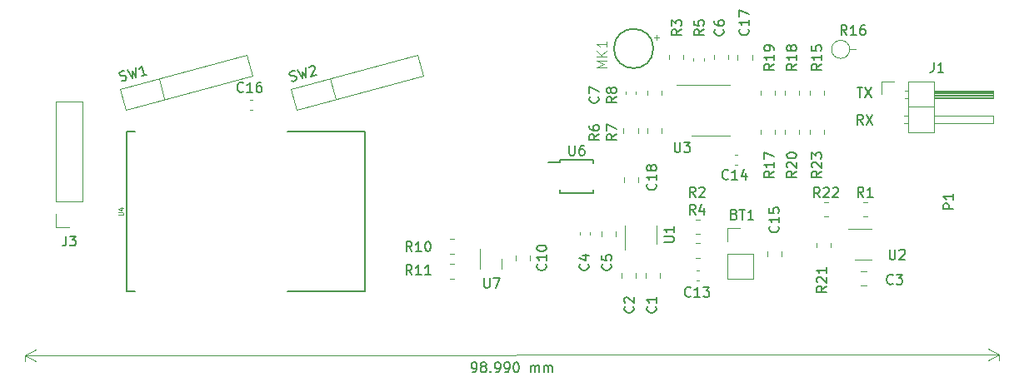
<source format=gto>
G04 #@! TF.GenerationSoftware,KiCad,Pcbnew,(5.1.9)-1*
G04 #@! TF.CreationDate,2021-03-16T21:00:22+08:00*
G04 #@! TF.ProjectId,mcu,6d63752e-6b69-4636-9164-5f7063625858,v1.0*
G04 #@! TF.SameCoordinates,Original*
G04 #@! TF.FileFunction,Legend,Top*
G04 #@! TF.FilePolarity,Positive*
%FSLAX46Y46*%
G04 Gerber Fmt 4.6, Leading zero omitted, Abs format (unit mm)*
G04 Created by KiCad (PCBNEW (5.1.9)-1) date 2021-03-16 21:00:22*
%MOMM*%
%LPD*%
G01*
G04 APERTURE LIST*
%ADD10C,0.150000*%
%ADD11C,0.120000*%
%ADD12C,0.177800*%
%ADD13C,0.127000*%
%ADD14C,0.015000*%
%ADD15C,1.208000*%
%ADD16O,1.500000X1.500000*%
%ADD17C,1.500000*%
%ADD18O,1.800000X1.800000*%
%ADD19O,1.800000X1.200000*%
G04 APERTURE END LIST*
D10*
X115824095Y-76414380D02*
X116395523Y-76414380D01*
X116109809Y-77414380D02*
X116109809Y-76414380D01*
X116633619Y-76414380D02*
X117300285Y-77414380D01*
X117300285Y-76414380D02*
X116633619Y-77414380D01*
X116419333Y-80208380D02*
X116086000Y-79732190D01*
X115847904Y-80208380D02*
X115847904Y-79208380D01*
X116228857Y-79208380D01*
X116324095Y-79256000D01*
X116371714Y-79303619D01*
X116419333Y-79398857D01*
X116419333Y-79541714D01*
X116371714Y-79636952D01*
X116324095Y-79684571D01*
X116228857Y-79732190D01*
X115847904Y-79732190D01*
X116752666Y-79208380D02*
X117419333Y-80208380D01*
X117419333Y-79208380D02*
X116752666Y-80208380D01*
X76726693Y-105397411D02*
X76917169Y-105397258D01*
X77012369Y-105349562D01*
X77059950Y-105301904D01*
X77155072Y-105158970D01*
X77202537Y-104968455D01*
X77202229Y-104587503D01*
X77154533Y-104492303D01*
X77106876Y-104444723D01*
X77011599Y-104397181D01*
X76821123Y-104397335D01*
X76725924Y-104445031D01*
X76678343Y-104492688D01*
X76630801Y-104587965D01*
X76630994Y-104826060D01*
X76678690Y-104921260D01*
X76726347Y-104968840D01*
X76821624Y-105016382D01*
X77012100Y-105016228D01*
X77107299Y-104968532D01*
X77154880Y-104920875D01*
X77202422Y-104825598D01*
X77773850Y-104825136D02*
X77678574Y-104777594D01*
X77630916Y-104730014D01*
X77583220Y-104634814D01*
X77583182Y-104587195D01*
X77630724Y-104491919D01*
X77678304Y-104444261D01*
X77773504Y-104396565D01*
X77963980Y-104396411D01*
X78059257Y-104443953D01*
X78106914Y-104491534D01*
X78154610Y-104586733D01*
X78154649Y-104634352D01*
X78107107Y-104729629D01*
X78059526Y-104777286D01*
X77964326Y-104824982D01*
X77773850Y-104825136D01*
X77678651Y-104872832D01*
X77631070Y-104920490D01*
X77583528Y-105015766D01*
X77583682Y-105206243D01*
X77631378Y-105301442D01*
X77679036Y-105349023D01*
X77774312Y-105396565D01*
X77964788Y-105396411D01*
X78059988Y-105348715D01*
X78107568Y-105301057D01*
X78155110Y-105205781D01*
X78154956Y-105015305D01*
X78107260Y-104920105D01*
X78059603Y-104872525D01*
X77964326Y-104824982D01*
X78583759Y-105300673D02*
X78631416Y-105348253D01*
X78583836Y-105395911D01*
X78536178Y-105348330D01*
X78583759Y-105300673D01*
X78583836Y-105395911D01*
X79107645Y-105395487D02*
X79298121Y-105395333D01*
X79393321Y-105347637D01*
X79440901Y-105299980D01*
X79536024Y-105157046D01*
X79583489Y-104966531D01*
X79583181Y-104585579D01*
X79535485Y-104490379D01*
X79487828Y-104442799D01*
X79392551Y-104395257D01*
X79202075Y-104395411D01*
X79106875Y-104443107D01*
X79059295Y-104490764D01*
X79011753Y-104586041D01*
X79011945Y-104824136D01*
X79059641Y-104919335D01*
X79107299Y-104966916D01*
X79202575Y-105014458D01*
X79393051Y-105014304D01*
X79488251Y-104966608D01*
X79535831Y-104918951D01*
X79583373Y-104823674D01*
X80060026Y-105394718D02*
X80250502Y-105394564D01*
X80345701Y-105346868D01*
X80393282Y-105299210D01*
X80488404Y-105156276D01*
X80535870Y-104965761D01*
X80535562Y-104584809D01*
X80487866Y-104489610D01*
X80440208Y-104442029D01*
X80344932Y-104394487D01*
X80154456Y-104394641D01*
X80059256Y-104442337D01*
X80011675Y-104489994D01*
X79964133Y-104585271D01*
X79964326Y-104823366D01*
X80012022Y-104918566D01*
X80059679Y-104966146D01*
X80154956Y-105013688D01*
X80345432Y-105013534D01*
X80440632Y-104965838D01*
X80488212Y-104918181D01*
X80535754Y-104822904D01*
X81154455Y-104393833D02*
X81249693Y-104393756D01*
X81344970Y-104441298D01*
X81392627Y-104488878D01*
X81440323Y-104584078D01*
X81488096Y-104774516D01*
X81488289Y-105012611D01*
X81440824Y-105203125D01*
X81393282Y-105298402D01*
X81345701Y-105346059D01*
X81250501Y-105393755D01*
X81155263Y-105393832D01*
X81059987Y-105346290D01*
X81012329Y-105298710D01*
X80964633Y-105203510D01*
X80916860Y-105013073D01*
X80916668Y-104774977D01*
X80964133Y-104584463D01*
X81011675Y-104489186D01*
X81059256Y-104441529D01*
X81154455Y-104393833D01*
X82679072Y-105392601D02*
X82678534Y-104725934D01*
X82678611Y-104821173D02*
X82726191Y-104773515D01*
X82821391Y-104725819D01*
X82964248Y-104725704D01*
X83059524Y-104773246D01*
X83107220Y-104868445D01*
X83107644Y-105392255D01*
X83107220Y-104868445D02*
X83154762Y-104773169D01*
X83249962Y-104725473D01*
X83392819Y-104725357D01*
X83488096Y-104772899D01*
X83535792Y-104868099D01*
X83536215Y-105391908D01*
X84012405Y-105391523D02*
X84011867Y-104724857D01*
X84011943Y-104820095D02*
X84059524Y-104772437D01*
X84154724Y-104724741D01*
X84297581Y-104724626D01*
X84392857Y-104772168D01*
X84440553Y-104867368D01*
X84440977Y-105391177D01*
X84440553Y-104867368D02*
X84488095Y-104772091D01*
X84583295Y-104724395D01*
X84726152Y-104724280D01*
X84821429Y-104771822D01*
X84869125Y-104867021D01*
X84869548Y-105390831D01*
D11*
X31277920Y-103711760D02*
X130267920Y-103631760D01*
X31277920Y-103711728D02*
X31278394Y-104298181D01*
X130267920Y-103631728D02*
X130268394Y-104218181D01*
X130267920Y-103631760D02*
X129141891Y-104219091D01*
X130267920Y-103631760D02*
X129140943Y-103046250D01*
X31277920Y-103711760D02*
X32404897Y-104297270D01*
X31277920Y-103711760D02*
X32403949Y-103124429D01*
X74448936Y-91848000D02*
X74903064Y-91848000D01*
X74448936Y-93318000D02*
X74903064Y-93318000D01*
X79723000Y-93853000D02*
X79723000Y-94853000D01*
X77503000Y-92853000D02*
X77503000Y-94853000D01*
X62252040Y-75499141D02*
X62821442Y-77624177D01*
X58885294Y-78678865D02*
X58315892Y-76553828D01*
X71732108Y-75236572D02*
X58885294Y-78678865D01*
X71162706Y-73111535D02*
X71732108Y-75236572D01*
X58315892Y-76553828D02*
X71162706Y-73111535D01*
D12*
X41568600Y-97179400D02*
X41568600Y-80925400D01*
X41568600Y-80925400D02*
X42454600Y-80925400D01*
X42454600Y-97179400D02*
X41568600Y-97179400D01*
X57951600Y-80925400D02*
X65822600Y-80925400D01*
X65822600Y-80925400D02*
X65822600Y-97179400D01*
X65822600Y-97179400D02*
X57951600Y-97179400D01*
D11*
X44878440Y-75499141D02*
X45447842Y-77624177D01*
X41511694Y-78678865D02*
X40942292Y-76553828D01*
X54358508Y-75236572D02*
X41511694Y-78678865D01*
X53789106Y-73111535D02*
X54358508Y-75236572D01*
X40942292Y-76553828D02*
X53789106Y-73111535D01*
D13*
X95126920Y-72469760D02*
G75*
G03*
X95126920Y-72469760I-2000000J0D01*
G01*
D11*
X96709920Y-73585824D02*
X96709920Y-73131696D01*
X98179920Y-73585824D02*
X98179920Y-73131696D01*
X93607920Y-85543508D02*
X93607920Y-86066012D01*
X92137920Y-85543508D02*
X92137920Y-86066012D01*
X103694920Y-73620012D02*
X103694920Y-73097508D01*
X105164920Y-73620012D02*
X105164920Y-73097508D01*
X100240920Y-73472180D02*
X100240920Y-73753340D01*
X99220920Y-73472180D02*
X99220920Y-73753340D01*
X100954400Y-81314800D02*
X102904400Y-81314800D01*
X100954400Y-81314800D02*
X99004400Y-81314800D01*
X100954400Y-76194800D02*
X102904400Y-76194800D01*
X100954400Y-76194800D02*
X97504400Y-76194800D01*
X54394980Y-78691200D02*
X54113820Y-78691200D01*
X54394980Y-77671200D02*
X54113820Y-77671200D01*
X99794180Y-96079600D02*
X99513020Y-96079600D01*
X99794180Y-95059600D02*
X99513020Y-95059600D01*
X103400340Y-83262760D02*
X103681500Y-83262760D01*
X103400340Y-84282760D02*
X103681500Y-84282760D01*
X92316400Y-77117380D02*
X92316400Y-76836220D01*
X93336400Y-77117380D02*
X93336400Y-76836220D01*
X88662800Y-91161820D02*
X88662800Y-91442980D01*
X87642800Y-91161820D02*
X87642800Y-91442980D01*
X115082400Y-72557200D02*
G75*
G03*
X115082400Y-72557200I-920000J0D01*
G01*
X115082400Y-72557200D02*
X115702400Y-72557200D01*
X120987200Y-75799200D02*
X120987200Y-80999200D01*
X120987200Y-80999200D02*
X123647200Y-80999200D01*
X123647200Y-80999200D02*
X123647200Y-75799200D01*
X123647200Y-75799200D02*
X120987200Y-75799200D01*
X123647200Y-76749200D02*
X129647200Y-76749200D01*
X129647200Y-76749200D02*
X129647200Y-77509200D01*
X129647200Y-77509200D02*
X123647200Y-77509200D01*
X123647200Y-76809200D02*
X129647200Y-76809200D01*
X123647200Y-76929200D02*
X129647200Y-76929200D01*
X123647200Y-77049200D02*
X129647200Y-77049200D01*
X123647200Y-77169200D02*
X129647200Y-77169200D01*
X123647200Y-77289200D02*
X129647200Y-77289200D01*
X123647200Y-77409200D02*
X129647200Y-77409200D01*
X120657200Y-76749200D02*
X120987200Y-76749200D01*
X120657200Y-77509200D02*
X120987200Y-77509200D01*
X120987200Y-78399200D02*
X123647200Y-78399200D01*
X123647200Y-79289200D02*
X129647200Y-79289200D01*
X129647200Y-79289200D02*
X129647200Y-80049200D01*
X129647200Y-80049200D02*
X123647200Y-80049200D01*
X120590129Y-79289200D02*
X120987200Y-79289200D01*
X120590129Y-80049200D02*
X120987200Y-80049200D01*
X118277200Y-77129200D02*
X118277200Y-75859200D01*
X118277200Y-75859200D02*
X119547200Y-75859200D01*
X102621600Y-95934400D02*
X105281600Y-95934400D01*
X102621600Y-93334400D02*
X102621600Y-95934400D01*
X105281600Y-93334400D02*
X105281600Y-95934400D01*
X102621600Y-93334400D02*
X105281600Y-93334400D01*
X102621600Y-92064400D02*
X102621600Y-90734400D01*
X102621600Y-90734400D02*
X103951600Y-90734400D01*
X111039800Y-81164364D02*
X111039800Y-80710236D01*
X112509800Y-81164364D02*
X112509800Y-80710236D01*
X37108000Y-88051200D02*
X34448000Y-88051200D01*
X37108000Y-88051200D02*
X37108000Y-77831200D01*
X37108000Y-77831200D02*
X34448000Y-77831200D01*
X34448000Y-88051200D02*
X34448000Y-77831200D01*
X34448000Y-90651200D02*
X34448000Y-89321200D01*
X35778000Y-90651200D02*
X34448000Y-90651200D01*
D10*
X85665000Y-83810800D02*
X85665000Y-84035800D01*
X89015000Y-83810800D02*
X89015000Y-84110800D01*
X89015000Y-87160800D02*
X89015000Y-86860800D01*
X85665000Y-87160800D02*
X85665000Y-86860800D01*
X85665000Y-83810800D02*
X89015000Y-83810800D01*
X85665000Y-87160800D02*
X89015000Y-87160800D01*
X85665000Y-84035800D02*
X84440000Y-84035800D01*
D11*
X107480600Y-80712136D02*
X107480600Y-81166264D01*
X106010600Y-80712136D02*
X106010600Y-81166264D01*
X106010600Y-77203864D02*
X106010600Y-76749736D01*
X107480600Y-77203864D02*
X107480600Y-76749736D01*
X109969800Y-76749736D02*
X109969800Y-77203864D01*
X108499800Y-76749736D02*
X108499800Y-77203864D01*
X108499800Y-81166264D02*
X108499800Y-80712136D01*
X109969800Y-81166264D02*
X109969800Y-80712136D01*
X112509800Y-76749736D02*
X112509800Y-77203864D01*
X111039800Y-76749736D02*
X111039800Y-77203864D01*
X95999800Y-76751636D02*
X95999800Y-77205764D01*
X94529800Y-76751636D02*
X94529800Y-77205764D01*
X95999800Y-80610536D02*
X95999800Y-81064664D01*
X94529800Y-80610536D02*
X94529800Y-81064664D01*
X92091400Y-81064664D02*
X92091400Y-80610536D01*
X93561400Y-81064664D02*
X93561400Y-80610536D01*
X101281920Y-73585824D02*
X101281920Y-73131696D01*
X102751920Y-73585824D02*
X102751920Y-73131696D01*
X99860664Y-93764600D02*
X99406536Y-93764600D01*
X99860664Y-92294600D02*
X99406536Y-92294600D01*
X99406536Y-89856200D02*
X99860664Y-89856200D01*
X99406536Y-91326200D02*
X99860664Y-91326200D01*
X95452400Y-92304000D02*
X95452400Y-90504000D01*
X92232400Y-90504000D02*
X92232400Y-92954000D01*
X115568400Y-93929200D02*
X117328400Y-93929200D01*
X117328400Y-90859200D02*
X114898400Y-90859200D01*
X112462136Y-88078200D02*
X112916264Y-88078200D01*
X112462136Y-89548200D02*
X112916264Y-89548200D01*
X113170200Y-92243736D02*
X113170200Y-92697864D01*
X111700200Y-92243736D02*
X111700200Y-92697864D01*
X74448936Y-94388000D02*
X74903064Y-94388000D01*
X74448936Y-95858000D02*
X74903064Y-95858000D01*
X116878664Y-89548200D02*
X116424536Y-89548200D01*
X116878664Y-88078200D02*
X116424536Y-88078200D01*
X108191800Y-93073148D02*
X108191800Y-93595652D01*
X106721800Y-93073148D02*
X106721800Y-93595652D01*
X82598480Y-93497988D02*
X82598480Y-94020492D01*
X81128480Y-93497988D02*
X81128480Y-94020492D01*
X91343134Y-91041148D02*
X91343134Y-91563652D01*
X89873134Y-91041148D02*
X89873134Y-91563652D01*
X116760452Y-96609400D02*
X116237948Y-96609400D01*
X116760452Y-95139400D02*
X116237948Y-95139400D01*
X93341267Y-95308348D02*
X93341267Y-95830852D01*
X91871267Y-95308348D02*
X91871267Y-95830852D01*
X95796600Y-95308348D02*
X95796600Y-95830852D01*
X94326600Y-95308348D02*
X94326600Y-95830852D01*
D10*
X70604862Y-93103740D02*
X70271529Y-92627550D01*
X70033434Y-93103740D02*
X70033434Y-92103740D01*
X70414386Y-92103740D01*
X70509624Y-92151360D01*
X70557243Y-92198979D01*
X70604862Y-92294217D01*
X70604862Y-92437074D01*
X70557243Y-92532312D01*
X70509624Y-92579931D01*
X70414386Y-92627550D01*
X70033434Y-92627550D01*
X71557243Y-93103740D02*
X70985815Y-93103740D01*
X71271529Y-93103740D02*
X71271529Y-92103740D01*
X71176291Y-92246598D01*
X71081053Y-92341836D01*
X70985815Y-92389455D01*
X72176291Y-92103740D02*
X72271529Y-92103740D01*
X72366767Y-92151360D01*
X72414386Y-92198979D01*
X72462005Y-92294217D01*
X72509624Y-92484693D01*
X72509624Y-92722788D01*
X72462005Y-92913264D01*
X72414386Y-93008502D01*
X72366767Y-93056121D01*
X72271529Y-93103740D01*
X72176291Y-93103740D01*
X72081053Y-93056121D01*
X72033434Y-93008502D01*
X71985815Y-92913264D01*
X71938196Y-92722788D01*
X71938196Y-92484693D01*
X71985815Y-92294217D01*
X72033434Y-92198979D01*
X72081053Y-92151360D01*
X72176291Y-92103740D01*
X77928015Y-95812140D02*
X77928015Y-96621664D01*
X77975634Y-96716902D01*
X78023253Y-96764521D01*
X78118491Y-96812140D01*
X78308967Y-96812140D01*
X78404205Y-96764521D01*
X78451824Y-96716902D01*
X78499443Y-96621664D01*
X78499443Y-95812140D01*
X78880396Y-95812140D02*
X79547062Y-95812140D01*
X79118491Y-96812140D01*
X58354521Y-75783587D02*
X58504836Y-75792609D01*
X58734818Y-75730985D01*
X58814486Y-75660339D01*
X58848158Y-75602018D01*
X58869505Y-75497701D01*
X58844856Y-75405708D01*
X58774210Y-75326039D01*
X58715888Y-75292368D01*
X58611571Y-75271021D01*
X58415260Y-75274323D01*
X58310943Y-75252976D01*
X58252621Y-75219304D01*
X58181975Y-75139636D01*
X58157326Y-75047643D01*
X58178673Y-74943325D01*
X58212345Y-74885004D01*
X58292013Y-74814358D01*
X58521995Y-74752735D01*
X58672309Y-74761757D01*
X58981960Y-74629488D02*
X59470761Y-75533790D01*
X59469877Y-74794544D01*
X59838733Y-75435192D01*
X59809896Y-74407643D01*
X60156521Y-74413363D02*
X60190193Y-74355041D01*
X60269861Y-74284396D01*
X60499843Y-74222772D01*
X60604161Y-74244119D01*
X60662482Y-74277791D01*
X60733128Y-74357459D01*
X60757778Y-74449452D01*
X60748755Y-74599766D01*
X60344694Y-75299620D01*
X60942648Y-75139399D01*
D14*
X40773942Y-89418114D02*
X41162514Y-89418114D01*
X41208228Y-89395257D01*
X41231085Y-89372400D01*
X41253942Y-89326685D01*
X41253942Y-89235257D01*
X41231085Y-89189542D01*
X41208228Y-89166685D01*
X41162514Y-89143828D01*
X40773942Y-89143828D01*
X40933942Y-88709542D02*
X41253942Y-88709542D01*
X40751085Y-88823828D02*
X41093942Y-88938114D01*
X41093942Y-88640971D01*
D10*
X41068898Y-75760013D02*
X41219213Y-75769035D01*
X41449195Y-75707411D01*
X41528863Y-75636765D01*
X41562535Y-75578444D01*
X41583882Y-75474127D01*
X41559233Y-75382134D01*
X41488587Y-75302465D01*
X41430265Y-75268794D01*
X41325948Y-75247447D01*
X41129637Y-75250749D01*
X41025320Y-75229402D01*
X40966998Y-75195730D01*
X40896352Y-75116062D01*
X40871703Y-75024069D01*
X40893050Y-74919751D01*
X40926722Y-74861430D01*
X41006390Y-74790784D01*
X41236372Y-74729161D01*
X41386686Y-74738183D01*
X41696337Y-74605914D02*
X42185138Y-75510216D01*
X42184254Y-74770970D01*
X42553110Y-75411618D01*
X42524273Y-74384069D01*
X43657025Y-75115825D02*
X43105068Y-75263721D01*
X43381047Y-75189773D02*
X43122228Y-74223847D01*
X43067209Y-74386486D01*
X42999865Y-74503129D01*
X42920197Y-74573774D01*
D14*
X90403432Y-74414901D02*
X89403109Y-74414901D01*
X90117625Y-74081460D01*
X89403109Y-73748019D01*
X90403432Y-73748019D01*
X90403432Y-73271675D02*
X89403109Y-73271675D01*
X90403432Y-72700062D02*
X89831818Y-73128772D01*
X89403109Y-72700062D02*
X89974722Y-73271675D01*
X90403432Y-71747373D02*
X90403432Y-72318986D01*
X90403432Y-72033180D02*
X89403109Y-72033180D01*
X89546012Y-72128449D01*
X89641281Y-72223718D01*
X89688915Y-72318986D01*
X95473756Y-71613156D02*
X95473756Y-71125303D01*
X95717682Y-71369230D02*
X95229829Y-71369230D01*
D10*
X97988380Y-70524666D02*
X97512190Y-70858000D01*
X97988380Y-71096095D02*
X96988380Y-71096095D01*
X96988380Y-70715142D01*
X97036000Y-70619904D01*
X97083619Y-70572285D01*
X97178857Y-70524666D01*
X97321714Y-70524666D01*
X97416952Y-70572285D01*
X97464571Y-70619904D01*
X97512190Y-70715142D01*
X97512190Y-71096095D01*
X96988380Y-70191333D02*
X96988380Y-69572285D01*
X97369333Y-69905619D01*
X97369333Y-69762761D01*
X97416952Y-69667523D01*
X97464571Y-69619904D01*
X97559809Y-69572285D01*
X97797904Y-69572285D01*
X97893142Y-69619904D01*
X97940761Y-69667523D01*
X97988380Y-69762761D01*
X97988380Y-70048476D01*
X97940761Y-70143714D01*
X97893142Y-70191333D01*
X95353142Y-86240857D02*
X95400761Y-86288476D01*
X95448380Y-86431333D01*
X95448380Y-86526571D01*
X95400761Y-86669428D01*
X95305523Y-86764666D01*
X95210285Y-86812285D01*
X95019809Y-86859904D01*
X94876952Y-86859904D01*
X94686476Y-86812285D01*
X94591238Y-86764666D01*
X94496000Y-86669428D01*
X94448380Y-86526571D01*
X94448380Y-86431333D01*
X94496000Y-86288476D01*
X94543619Y-86240857D01*
X95448380Y-85288476D02*
X95448380Y-85859904D01*
X95448380Y-85574190D02*
X94448380Y-85574190D01*
X94591238Y-85669428D01*
X94686476Y-85764666D01*
X94734095Y-85859904D01*
X94876952Y-84717047D02*
X94829333Y-84812285D01*
X94781714Y-84859904D01*
X94686476Y-84907523D01*
X94638857Y-84907523D01*
X94543619Y-84859904D01*
X94496000Y-84812285D01*
X94448380Y-84717047D01*
X94448380Y-84526571D01*
X94496000Y-84431333D01*
X94543619Y-84383714D01*
X94638857Y-84336095D01*
X94686476Y-84336095D01*
X94781714Y-84383714D01*
X94829333Y-84431333D01*
X94876952Y-84526571D01*
X94876952Y-84717047D01*
X94924571Y-84812285D01*
X94972190Y-84859904D01*
X95067428Y-84907523D01*
X95257904Y-84907523D01*
X95353142Y-84859904D01*
X95400761Y-84812285D01*
X95448380Y-84717047D01*
X95448380Y-84526571D01*
X95400761Y-84431333D01*
X95353142Y-84383714D01*
X95257904Y-84336095D01*
X95067428Y-84336095D01*
X94972190Y-84383714D01*
X94924571Y-84431333D01*
X94876952Y-84526571D01*
X104751142Y-70492857D02*
X104798761Y-70540476D01*
X104846380Y-70683333D01*
X104846380Y-70778571D01*
X104798761Y-70921428D01*
X104703523Y-71016666D01*
X104608285Y-71064285D01*
X104417809Y-71111904D01*
X104274952Y-71111904D01*
X104084476Y-71064285D01*
X103989238Y-71016666D01*
X103894000Y-70921428D01*
X103846380Y-70778571D01*
X103846380Y-70683333D01*
X103894000Y-70540476D01*
X103941619Y-70492857D01*
X104846380Y-69540476D02*
X104846380Y-70111904D01*
X104846380Y-69826190D02*
X103846380Y-69826190D01*
X103989238Y-69921428D01*
X104084476Y-70016666D01*
X104132095Y-70111904D01*
X103846380Y-69207142D02*
X103846380Y-68540476D01*
X104846380Y-68969047D01*
X102211142Y-70524666D02*
X102258761Y-70572285D01*
X102306380Y-70715142D01*
X102306380Y-70810380D01*
X102258761Y-70953238D01*
X102163523Y-71048476D01*
X102068285Y-71096095D01*
X101877809Y-71143714D01*
X101734952Y-71143714D01*
X101544476Y-71096095D01*
X101449238Y-71048476D01*
X101354000Y-70953238D01*
X101306380Y-70810380D01*
X101306380Y-70715142D01*
X101354000Y-70572285D01*
X101401619Y-70524666D01*
X101306380Y-69667523D02*
X101306380Y-69858000D01*
X101354000Y-69953238D01*
X101401619Y-70000857D01*
X101544476Y-70096095D01*
X101734952Y-70143714D01*
X102115904Y-70143714D01*
X102211142Y-70096095D01*
X102258761Y-70048476D01*
X102306380Y-69953238D01*
X102306380Y-69762761D01*
X102258761Y-69667523D01*
X102211142Y-69619904D01*
X102115904Y-69572285D01*
X101877809Y-69572285D01*
X101782571Y-69619904D01*
X101734952Y-69667523D01*
X101687333Y-69762761D01*
X101687333Y-69953238D01*
X101734952Y-70048476D01*
X101782571Y-70096095D01*
X101877809Y-70143714D01*
X97282095Y-82002380D02*
X97282095Y-82811904D01*
X97329714Y-82907142D01*
X97377333Y-82954761D01*
X97472571Y-83002380D01*
X97663047Y-83002380D01*
X97758285Y-82954761D01*
X97805904Y-82907142D01*
X97853523Y-82811904D01*
X97853523Y-82002380D01*
X98234476Y-82002380D02*
X98853523Y-82002380D01*
X98520190Y-82383333D01*
X98663047Y-82383333D01*
X98758285Y-82430952D01*
X98805904Y-82478571D01*
X98853523Y-82573809D01*
X98853523Y-82811904D01*
X98805904Y-82907142D01*
X98758285Y-82954761D01*
X98663047Y-83002380D01*
X98377333Y-83002380D01*
X98282095Y-82954761D01*
X98234476Y-82907142D01*
X53448622Y-76807582D02*
X53401003Y-76855201D01*
X53258146Y-76902820D01*
X53162908Y-76902820D01*
X53020051Y-76855201D01*
X52924813Y-76759963D01*
X52877194Y-76664725D01*
X52829575Y-76474249D01*
X52829575Y-76331392D01*
X52877194Y-76140916D01*
X52924813Y-76045678D01*
X53020051Y-75950440D01*
X53162908Y-75902820D01*
X53258146Y-75902820D01*
X53401003Y-75950440D01*
X53448622Y-75998059D01*
X54401003Y-76902820D02*
X53829575Y-76902820D01*
X54115289Y-76902820D02*
X54115289Y-75902820D01*
X54020051Y-76045678D01*
X53924813Y-76140916D01*
X53829575Y-76188535D01*
X55258146Y-75902820D02*
X55067670Y-75902820D01*
X54972432Y-75950440D01*
X54924813Y-75998059D01*
X54829575Y-76140916D01*
X54781956Y-76331392D01*
X54781956Y-76712344D01*
X54829575Y-76807582D01*
X54877194Y-76855201D01*
X54972432Y-76902820D01*
X55162908Y-76902820D01*
X55258146Y-76855201D01*
X55305765Y-76807582D01*
X55353384Y-76712344D01*
X55353384Y-76474249D01*
X55305765Y-76379011D01*
X55258146Y-76331392D01*
X55162908Y-76283773D01*
X54972432Y-76283773D01*
X54877194Y-76331392D01*
X54829575Y-76379011D01*
X54781956Y-76474249D01*
X98925142Y-97639142D02*
X98877523Y-97686761D01*
X98734666Y-97734380D01*
X98639428Y-97734380D01*
X98496571Y-97686761D01*
X98401333Y-97591523D01*
X98353714Y-97496285D01*
X98306095Y-97305809D01*
X98306095Y-97162952D01*
X98353714Y-96972476D01*
X98401333Y-96877238D01*
X98496571Y-96782000D01*
X98639428Y-96734380D01*
X98734666Y-96734380D01*
X98877523Y-96782000D01*
X98925142Y-96829619D01*
X99877523Y-97734380D02*
X99306095Y-97734380D01*
X99591809Y-97734380D02*
X99591809Y-96734380D01*
X99496571Y-96877238D01*
X99401333Y-96972476D01*
X99306095Y-97020095D01*
X100210857Y-96734380D02*
X100829904Y-96734380D01*
X100496571Y-97115333D01*
X100639428Y-97115333D01*
X100734666Y-97162952D01*
X100782285Y-97210571D01*
X100829904Y-97305809D01*
X100829904Y-97543904D01*
X100782285Y-97639142D01*
X100734666Y-97686761D01*
X100639428Y-97734380D01*
X100353714Y-97734380D01*
X100258476Y-97686761D01*
X100210857Y-97639142D01*
X102735142Y-85701142D02*
X102687523Y-85748761D01*
X102544666Y-85796380D01*
X102449428Y-85796380D01*
X102306571Y-85748761D01*
X102211333Y-85653523D01*
X102163714Y-85558285D01*
X102116095Y-85367809D01*
X102116095Y-85224952D01*
X102163714Y-85034476D01*
X102211333Y-84939238D01*
X102306571Y-84844000D01*
X102449428Y-84796380D01*
X102544666Y-84796380D01*
X102687523Y-84844000D01*
X102735142Y-84891619D01*
X103687523Y-85796380D02*
X103116095Y-85796380D01*
X103401809Y-85796380D02*
X103401809Y-84796380D01*
X103306571Y-84939238D01*
X103211333Y-85034476D01*
X103116095Y-85082095D01*
X104544666Y-85129714D02*
X104544666Y-85796380D01*
X104306571Y-84748761D02*
X104068476Y-85463047D01*
X104687523Y-85463047D01*
X89511142Y-77382666D02*
X89558761Y-77430285D01*
X89606380Y-77573142D01*
X89606380Y-77668380D01*
X89558761Y-77811238D01*
X89463523Y-77906476D01*
X89368285Y-77954095D01*
X89177809Y-78001714D01*
X89034952Y-78001714D01*
X88844476Y-77954095D01*
X88749238Y-77906476D01*
X88654000Y-77811238D01*
X88606380Y-77668380D01*
X88606380Y-77573142D01*
X88654000Y-77430285D01*
X88701619Y-77382666D01*
X88606380Y-77049333D02*
X88606380Y-76382666D01*
X89606380Y-76811238D01*
X88495142Y-94400666D02*
X88542761Y-94448285D01*
X88590380Y-94591142D01*
X88590380Y-94686380D01*
X88542761Y-94829238D01*
X88447523Y-94924476D01*
X88352285Y-94972095D01*
X88161809Y-95019714D01*
X88018952Y-95019714D01*
X87828476Y-94972095D01*
X87733238Y-94924476D01*
X87638000Y-94829238D01*
X87590380Y-94686380D01*
X87590380Y-94591142D01*
X87638000Y-94448285D01*
X87685619Y-94400666D01*
X87923714Y-93543523D02*
X88590380Y-93543523D01*
X87542761Y-93781619D02*
X88257047Y-94019714D01*
X88257047Y-93400666D01*
X114789542Y-71089580D02*
X114456209Y-70613390D01*
X114218114Y-71089580D02*
X114218114Y-70089580D01*
X114599066Y-70089580D01*
X114694304Y-70137200D01*
X114741923Y-70184819D01*
X114789542Y-70280057D01*
X114789542Y-70422914D01*
X114741923Y-70518152D01*
X114694304Y-70565771D01*
X114599066Y-70613390D01*
X114218114Y-70613390D01*
X115741923Y-71089580D02*
X115170495Y-71089580D01*
X115456209Y-71089580D02*
X115456209Y-70089580D01*
X115360971Y-70232438D01*
X115265733Y-70327676D01*
X115170495Y-70375295D01*
X116599066Y-70089580D02*
X116408590Y-70089580D01*
X116313352Y-70137200D01*
X116265733Y-70184819D01*
X116170495Y-70327676D01*
X116122876Y-70518152D01*
X116122876Y-70899104D01*
X116170495Y-70994342D01*
X116218114Y-71041961D01*
X116313352Y-71089580D01*
X116503828Y-71089580D01*
X116599066Y-71041961D01*
X116646685Y-70994342D01*
X116694304Y-70899104D01*
X116694304Y-70661009D01*
X116646685Y-70565771D01*
X116599066Y-70518152D01*
X116503828Y-70470533D01*
X116313352Y-70470533D01*
X116218114Y-70518152D01*
X116170495Y-70565771D01*
X116122876Y-70661009D01*
X123618666Y-73874380D02*
X123618666Y-74588666D01*
X123571047Y-74731523D01*
X123475809Y-74826761D01*
X123332952Y-74874380D01*
X123237714Y-74874380D01*
X124618666Y-74874380D02*
X124047238Y-74874380D01*
X124332952Y-74874380D02*
X124332952Y-73874380D01*
X124237714Y-74017238D01*
X124142476Y-74112476D01*
X124047238Y-74160095D01*
X103354285Y-89336571D02*
X103497142Y-89384190D01*
X103544761Y-89431809D01*
X103592380Y-89527047D01*
X103592380Y-89669904D01*
X103544761Y-89765142D01*
X103497142Y-89812761D01*
X103401904Y-89860380D01*
X103020952Y-89860380D01*
X103020952Y-88860380D01*
X103354285Y-88860380D01*
X103449523Y-88908000D01*
X103497142Y-88955619D01*
X103544761Y-89050857D01*
X103544761Y-89146095D01*
X103497142Y-89241333D01*
X103449523Y-89288952D01*
X103354285Y-89336571D01*
X103020952Y-89336571D01*
X103878095Y-88860380D02*
X104449523Y-88860380D01*
X104163809Y-89860380D02*
X104163809Y-88860380D01*
X105306666Y-89860380D02*
X104735238Y-89860380D01*
X105020952Y-89860380D02*
X105020952Y-88860380D01*
X104925714Y-89003238D01*
X104830476Y-89098476D01*
X104735238Y-89146095D01*
X112212380Y-84970857D02*
X111736190Y-85304190D01*
X112212380Y-85542285D02*
X111212380Y-85542285D01*
X111212380Y-85161333D01*
X111260000Y-85066095D01*
X111307619Y-85018476D01*
X111402857Y-84970857D01*
X111545714Y-84970857D01*
X111640952Y-85018476D01*
X111688571Y-85066095D01*
X111736190Y-85161333D01*
X111736190Y-85542285D01*
X111307619Y-84589904D02*
X111260000Y-84542285D01*
X111212380Y-84447047D01*
X111212380Y-84208952D01*
X111260000Y-84113714D01*
X111307619Y-84066095D01*
X111402857Y-84018476D01*
X111498095Y-84018476D01*
X111640952Y-84066095D01*
X112212380Y-84637523D01*
X112212380Y-84018476D01*
X111212380Y-83685142D02*
X111212380Y-83066095D01*
X111593333Y-83399428D01*
X111593333Y-83256571D01*
X111640952Y-83161333D01*
X111688571Y-83113714D01*
X111783809Y-83066095D01*
X112021904Y-83066095D01*
X112117142Y-83113714D01*
X112164761Y-83161333D01*
X112212380Y-83256571D01*
X112212380Y-83542285D01*
X112164761Y-83637523D01*
X112117142Y-83685142D01*
X35444666Y-91543580D02*
X35444666Y-92257866D01*
X35397047Y-92400723D01*
X35301809Y-92495961D01*
X35158952Y-92543580D01*
X35063714Y-92543580D01*
X35825619Y-91543580D02*
X36444666Y-91543580D01*
X36111333Y-91924533D01*
X36254190Y-91924533D01*
X36349428Y-91972152D01*
X36397047Y-92019771D01*
X36444666Y-92115009D01*
X36444666Y-92353104D01*
X36397047Y-92448342D01*
X36349428Y-92495961D01*
X36254190Y-92543580D01*
X35968476Y-92543580D01*
X35873238Y-92495961D01*
X35825619Y-92448342D01*
X86578095Y-82338180D02*
X86578095Y-83147704D01*
X86625714Y-83242942D01*
X86673333Y-83290561D01*
X86768571Y-83338180D01*
X86959047Y-83338180D01*
X87054285Y-83290561D01*
X87101904Y-83242942D01*
X87149523Y-83147704D01*
X87149523Y-82338180D01*
X88054285Y-82338180D02*
X87863809Y-82338180D01*
X87768571Y-82385800D01*
X87720952Y-82433419D01*
X87625714Y-82576276D01*
X87578095Y-82766752D01*
X87578095Y-83147704D01*
X87625714Y-83242942D01*
X87673333Y-83290561D01*
X87768571Y-83338180D01*
X87959047Y-83338180D01*
X88054285Y-83290561D01*
X88101904Y-83242942D01*
X88149523Y-83147704D01*
X88149523Y-82909609D01*
X88101904Y-82814371D01*
X88054285Y-82766752D01*
X87959047Y-82719133D01*
X87768571Y-82719133D01*
X87673333Y-82766752D01*
X87625714Y-82814371D01*
X87578095Y-82909609D01*
X109672380Y-84970857D02*
X109196190Y-85304190D01*
X109672380Y-85542285D02*
X108672380Y-85542285D01*
X108672380Y-85161333D01*
X108720000Y-85066095D01*
X108767619Y-85018476D01*
X108862857Y-84970857D01*
X109005714Y-84970857D01*
X109100952Y-85018476D01*
X109148571Y-85066095D01*
X109196190Y-85161333D01*
X109196190Y-85542285D01*
X108767619Y-84589904D02*
X108720000Y-84542285D01*
X108672380Y-84447047D01*
X108672380Y-84208952D01*
X108720000Y-84113714D01*
X108767619Y-84066095D01*
X108862857Y-84018476D01*
X108958095Y-84018476D01*
X109100952Y-84066095D01*
X109672380Y-84637523D01*
X109672380Y-84018476D01*
X108672380Y-83399428D02*
X108672380Y-83304190D01*
X108720000Y-83208952D01*
X108767619Y-83161333D01*
X108862857Y-83113714D01*
X109053333Y-83066095D01*
X109291428Y-83066095D01*
X109481904Y-83113714D01*
X109577142Y-83161333D01*
X109624761Y-83208952D01*
X109672380Y-83304190D01*
X109672380Y-83399428D01*
X109624761Y-83494666D01*
X109577142Y-83542285D01*
X109481904Y-83589904D01*
X109291428Y-83637523D01*
X109053333Y-83637523D01*
X108862857Y-83589904D01*
X108767619Y-83542285D01*
X108720000Y-83494666D01*
X108672380Y-83399428D01*
X107386380Y-74048857D02*
X106910190Y-74382190D01*
X107386380Y-74620285D02*
X106386380Y-74620285D01*
X106386380Y-74239333D01*
X106434000Y-74144095D01*
X106481619Y-74096476D01*
X106576857Y-74048857D01*
X106719714Y-74048857D01*
X106814952Y-74096476D01*
X106862571Y-74144095D01*
X106910190Y-74239333D01*
X106910190Y-74620285D01*
X107386380Y-73096476D02*
X107386380Y-73667904D01*
X107386380Y-73382190D02*
X106386380Y-73382190D01*
X106529238Y-73477428D01*
X106624476Y-73572666D01*
X106672095Y-73667904D01*
X107386380Y-72620285D02*
X107386380Y-72429809D01*
X107338761Y-72334571D01*
X107291142Y-72286952D01*
X107148285Y-72191714D01*
X106957809Y-72144095D01*
X106576857Y-72144095D01*
X106481619Y-72191714D01*
X106434000Y-72239333D01*
X106386380Y-72334571D01*
X106386380Y-72525047D01*
X106434000Y-72620285D01*
X106481619Y-72667904D01*
X106576857Y-72715523D01*
X106814952Y-72715523D01*
X106910190Y-72667904D01*
X106957809Y-72620285D01*
X107005428Y-72525047D01*
X107005428Y-72334571D01*
X106957809Y-72239333D01*
X106910190Y-72191714D01*
X106814952Y-72144095D01*
X109672380Y-74048857D02*
X109196190Y-74382190D01*
X109672380Y-74620285D02*
X108672380Y-74620285D01*
X108672380Y-74239333D01*
X108720000Y-74144095D01*
X108767619Y-74096476D01*
X108862857Y-74048857D01*
X109005714Y-74048857D01*
X109100952Y-74096476D01*
X109148571Y-74144095D01*
X109196190Y-74239333D01*
X109196190Y-74620285D01*
X109672380Y-73096476D02*
X109672380Y-73667904D01*
X109672380Y-73382190D02*
X108672380Y-73382190D01*
X108815238Y-73477428D01*
X108910476Y-73572666D01*
X108958095Y-73667904D01*
X109100952Y-72525047D02*
X109053333Y-72620285D01*
X109005714Y-72667904D01*
X108910476Y-72715523D01*
X108862857Y-72715523D01*
X108767619Y-72667904D01*
X108720000Y-72620285D01*
X108672380Y-72525047D01*
X108672380Y-72334571D01*
X108720000Y-72239333D01*
X108767619Y-72191714D01*
X108862857Y-72144095D01*
X108910476Y-72144095D01*
X109005714Y-72191714D01*
X109053333Y-72239333D01*
X109100952Y-72334571D01*
X109100952Y-72525047D01*
X109148571Y-72620285D01*
X109196190Y-72667904D01*
X109291428Y-72715523D01*
X109481904Y-72715523D01*
X109577142Y-72667904D01*
X109624761Y-72620285D01*
X109672380Y-72525047D01*
X109672380Y-72334571D01*
X109624761Y-72239333D01*
X109577142Y-72191714D01*
X109481904Y-72144095D01*
X109291428Y-72144095D01*
X109196190Y-72191714D01*
X109148571Y-72239333D01*
X109100952Y-72334571D01*
X107386380Y-84970857D02*
X106910190Y-85304190D01*
X107386380Y-85542285D02*
X106386380Y-85542285D01*
X106386380Y-85161333D01*
X106434000Y-85066095D01*
X106481619Y-85018476D01*
X106576857Y-84970857D01*
X106719714Y-84970857D01*
X106814952Y-85018476D01*
X106862571Y-85066095D01*
X106910190Y-85161333D01*
X106910190Y-85542285D01*
X107386380Y-84018476D02*
X107386380Y-84589904D01*
X107386380Y-84304190D02*
X106386380Y-84304190D01*
X106529238Y-84399428D01*
X106624476Y-84494666D01*
X106672095Y-84589904D01*
X106386380Y-83685142D02*
X106386380Y-83018476D01*
X107386380Y-83447047D01*
X112212380Y-74048857D02*
X111736190Y-74382190D01*
X112212380Y-74620285D02*
X111212380Y-74620285D01*
X111212380Y-74239333D01*
X111260000Y-74144095D01*
X111307619Y-74096476D01*
X111402857Y-74048857D01*
X111545714Y-74048857D01*
X111640952Y-74096476D01*
X111688571Y-74144095D01*
X111736190Y-74239333D01*
X111736190Y-74620285D01*
X112212380Y-73096476D02*
X112212380Y-73667904D01*
X112212380Y-73382190D02*
X111212380Y-73382190D01*
X111355238Y-73477428D01*
X111450476Y-73572666D01*
X111498095Y-73667904D01*
X111212380Y-72191714D02*
X111212380Y-72667904D01*
X111688571Y-72715523D01*
X111640952Y-72667904D01*
X111593333Y-72572666D01*
X111593333Y-72334571D01*
X111640952Y-72239333D01*
X111688571Y-72191714D01*
X111783809Y-72144095D01*
X112021904Y-72144095D01*
X112117142Y-72191714D01*
X112164761Y-72239333D01*
X112212380Y-72334571D01*
X112212380Y-72572666D01*
X112164761Y-72667904D01*
X112117142Y-72715523D01*
X91384380Y-77382666D02*
X90908190Y-77716000D01*
X91384380Y-77954095D02*
X90384380Y-77954095D01*
X90384380Y-77573142D01*
X90432000Y-77477904D01*
X90479619Y-77430285D01*
X90574857Y-77382666D01*
X90717714Y-77382666D01*
X90812952Y-77430285D01*
X90860571Y-77477904D01*
X90908190Y-77573142D01*
X90908190Y-77954095D01*
X90812952Y-76811238D02*
X90765333Y-76906476D01*
X90717714Y-76954095D01*
X90622476Y-77001714D01*
X90574857Y-77001714D01*
X90479619Y-76954095D01*
X90432000Y-76906476D01*
X90384380Y-76811238D01*
X90384380Y-76620761D01*
X90432000Y-76525523D01*
X90479619Y-76477904D01*
X90574857Y-76430285D01*
X90622476Y-76430285D01*
X90717714Y-76477904D01*
X90765333Y-76525523D01*
X90812952Y-76620761D01*
X90812952Y-76811238D01*
X90860571Y-76906476D01*
X90908190Y-76954095D01*
X91003428Y-77001714D01*
X91193904Y-77001714D01*
X91289142Y-76954095D01*
X91336761Y-76906476D01*
X91384380Y-76811238D01*
X91384380Y-76620761D01*
X91336761Y-76525523D01*
X91289142Y-76477904D01*
X91193904Y-76430285D01*
X91003428Y-76430285D01*
X90908190Y-76477904D01*
X90860571Y-76525523D01*
X90812952Y-76620761D01*
X91384380Y-81192666D02*
X90908190Y-81526000D01*
X91384380Y-81764095D02*
X90384380Y-81764095D01*
X90384380Y-81383142D01*
X90432000Y-81287904D01*
X90479619Y-81240285D01*
X90574857Y-81192666D01*
X90717714Y-81192666D01*
X90812952Y-81240285D01*
X90860571Y-81287904D01*
X90908190Y-81383142D01*
X90908190Y-81764095D01*
X90384380Y-80859333D02*
X90384380Y-80192666D01*
X91384380Y-80621238D01*
X89606380Y-81192666D02*
X89130190Y-81526000D01*
X89606380Y-81764095D02*
X88606380Y-81764095D01*
X88606380Y-81383142D01*
X88654000Y-81287904D01*
X88701619Y-81240285D01*
X88796857Y-81192666D01*
X88939714Y-81192666D01*
X89034952Y-81240285D01*
X89082571Y-81287904D01*
X89130190Y-81383142D01*
X89130190Y-81764095D01*
X88606380Y-80335523D02*
X88606380Y-80526000D01*
X88654000Y-80621238D01*
X88701619Y-80668857D01*
X88844476Y-80764095D01*
X89034952Y-80811714D01*
X89415904Y-80811714D01*
X89511142Y-80764095D01*
X89558761Y-80716476D01*
X89606380Y-80621238D01*
X89606380Y-80430761D01*
X89558761Y-80335523D01*
X89511142Y-80287904D01*
X89415904Y-80240285D01*
X89177809Y-80240285D01*
X89082571Y-80287904D01*
X89034952Y-80335523D01*
X88987333Y-80430761D01*
X88987333Y-80621238D01*
X89034952Y-80716476D01*
X89082571Y-80764095D01*
X89177809Y-80811714D01*
X100274380Y-70524666D02*
X99798190Y-70858000D01*
X100274380Y-71096095D02*
X99274380Y-71096095D01*
X99274380Y-70715142D01*
X99322000Y-70619904D01*
X99369619Y-70572285D01*
X99464857Y-70524666D01*
X99607714Y-70524666D01*
X99702952Y-70572285D01*
X99750571Y-70619904D01*
X99798190Y-70715142D01*
X99798190Y-71096095D01*
X99274380Y-69619904D02*
X99274380Y-70096095D01*
X99750571Y-70143714D01*
X99702952Y-70096095D01*
X99655333Y-70000857D01*
X99655333Y-69762761D01*
X99702952Y-69667523D01*
X99750571Y-69619904D01*
X99845809Y-69572285D01*
X100083904Y-69572285D01*
X100179142Y-69619904D01*
X100226761Y-69667523D01*
X100274380Y-69762761D01*
X100274380Y-70000857D01*
X100226761Y-70096095D01*
X100179142Y-70143714D01*
X99401333Y-89352380D02*
X99068000Y-88876190D01*
X98829904Y-89352380D02*
X98829904Y-88352380D01*
X99210857Y-88352380D01*
X99306095Y-88400000D01*
X99353714Y-88447619D01*
X99401333Y-88542857D01*
X99401333Y-88685714D01*
X99353714Y-88780952D01*
X99306095Y-88828571D01*
X99210857Y-88876190D01*
X98829904Y-88876190D01*
X100258476Y-88685714D02*
X100258476Y-89352380D01*
X100020380Y-88304761D02*
X99782285Y-89019047D01*
X100401333Y-89019047D01*
X99401333Y-87574380D02*
X99068000Y-87098190D01*
X98829904Y-87574380D02*
X98829904Y-86574380D01*
X99210857Y-86574380D01*
X99306095Y-86622000D01*
X99353714Y-86669619D01*
X99401333Y-86764857D01*
X99401333Y-86907714D01*
X99353714Y-87002952D01*
X99306095Y-87050571D01*
X99210857Y-87098190D01*
X98829904Y-87098190D01*
X99782285Y-86669619D02*
X99829904Y-86622000D01*
X99925142Y-86574380D01*
X100163238Y-86574380D01*
X100258476Y-86622000D01*
X100306095Y-86669619D01*
X100353714Y-86764857D01*
X100353714Y-86860095D01*
X100306095Y-87002952D01*
X99734666Y-87574380D01*
X100353714Y-87574380D01*
X96226380Y-92165904D02*
X97035904Y-92165904D01*
X97131142Y-92118285D01*
X97178761Y-92070666D01*
X97226380Y-91975428D01*
X97226380Y-91784952D01*
X97178761Y-91689714D01*
X97131142Y-91642095D01*
X97035904Y-91594476D01*
X96226380Y-91594476D01*
X97226380Y-90594476D02*
X97226380Y-91165904D01*
X97226380Y-90880190D02*
X96226380Y-90880190D01*
X96369238Y-90975428D01*
X96464476Y-91070666D01*
X96512095Y-91165904D01*
X119126095Y-92924380D02*
X119126095Y-93733904D01*
X119173714Y-93829142D01*
X119221333Y-93876761D01*
X119316571Y-93924380D01*
X119507047Y-93924380D01*
X119602285Y-93876761D01*
X119649904Y-93829142D01*
X119697523Y-93733904D01*
X119697523Y-92924380D01*
X120126095Y-93019619D02*
X120173714Y-92972000D01*
X120268952Y-92924380D01*
X120507047Y-92924380D01*
X120602285Y-92972000D01*
X120649904Y-93019619D01*
X120697523Y-93114857D01*
X120697523Y-93210095D01*
X120649904Y-93352952D01*
X120078476Y-93924380D01*
X120697523Y-93924380D01*
X112046342Y-87615580D02*
X111713009Y-87139390D01*
X111474914Y-87615580D02*
X111474914Y-86615580D01*
X111855866Y-86615580D01*
X111951104Y-86663200D01*
X111998723Y-86710819D01*
X112046342Y-86806057D01*
X112046342Y-86948914D01*
X111998723Y-87044152D01*
X111951104Y-87091771D01*
X111855866Y-87139390D01*
X111474914Y-87139390D01*
X112427295Y-86710819D02*
X112474914Y-86663200D01*
X112570152Y-86615580D01*
X112808247Y-86615580D01*
X112903485Y-86663200D01*
X112951104Y-86710819D01*
X112998723Y-86806057D01*
X112998723Y-86901295D01*
X112951104Y-87044152D01*
X112379676Y-87615580D01*
X112998723Y-87615580D01*
X113379676Y-86710819D02*
X113427295Y-86663200D01*
X113522533Y-86615580D01*
X113760628Y-86615580D01*
X113855866Y-86663200D01*
X113903485Y-86710819D01*
X113951104Y-86806057D01*
X113951104Y-86901295D01*
X113903485Y-87044152D01*
X113332057Y-87615580D01*
X113951104Y-87615580D01*
X125612980Y-88789295D02*
X124612980Y-88789295D01*
X124612980Y-88408342D01*
X124660600Y-88313104D01*
X124708219Y-88265485D01*
X124803457Y-88217866D01*
X124946314Y-88217866D01*
X125041552Y-88265485D01*
X125089171Y-88313104D01*
X125136790Y-88408342D01*
X125136790Y-88789295D01*
X125612980Y-87265485D02*
X125612980Y-87836914D01*
X125612980Y-87551200D02*
X124612980Y-87551200D01*
X124755838Y-87646438D01*
X124851076Y-87741676D01*
X124898695Y-87836914D01*
X112720380Y-96654857D02*
X112244190Y-96988190D01*
X112720380Y-97226285D02*
X111720380Y-97226285D01*
X111720380Y-96845333D01*
X111768000Y-96750095D01*
X111815619Y-96702476D01*
X111910857Y-96654857D01*
X112053714Y-96654857D01*
X112148952Y-96702476D01*
X112196571Y-96750095D01*
X112244190Y-96845333D01*
X112244190Y-97226285D01*
X111815619Y-96273904D02*
X111768000Y-96226285D01*
X111720380Y-96131047D01*
X111720380Y-95892952D01*
X111768000Y-95797714D01*
X111815619Y-95750095D01*
X111910857Y-95702476D01*
X112006095Y-95702476D01*
X112148952Y-95750095D01*
X112720380Y-96321523D01*
X112720380Y-95702476D01*
X112720380Y-94750095D02*
X112720380Y-95321523D01*
X112720380Y-95035809D02*
X111720380Y-95035809D01*
X111863238Y-95131047D01*
X111958476Y-95226285D01*
X112006095Y-95321523D01*
X70604862Y-95491340D02*
X70271529Y-95015150D01*
X70033434Y-95491340D02*
X70033434Y-94491340D01*
X70414386Y-94491340D01*
X70509624Y-94538960D01*
X70557243Y-94586579D01*
X70604862Y-94681817D01*
X70604862Y-94824674D01*
X70557243Y-94919912D01*
X70509624Y-94967531D01*
X70414386Y-95015150D01*
X70033434Y-95015150D01*
X71557243Y-95491340D02*
X70985815Y-95491340D01*
X71271529Y-95491340D02*
X71271529Y-94491340D01*
X71176291Y-94634198D01*
X71081053Y-94729436D01*
X70985815Y-94777055D01*
X72509624Y-95491340D02*
X71938196Y-95491340D01*
X72223910Y-95491340D02*
X72223910Y-94491340D01*
X72128672Y-94634198D01*
X72033434Y-94729436D01*
X71938196Y-94777055D01*
X116484933Y-87574380D02*
X116151600Y-87098190D01*
X115913504Y-87574380D02*
X115913504Y-86574380D01*
X116294457Y-86574380D01*
X116389695Y-86622000D01*
X116437314Y-86669619D01*
X116484933Y-86764857D01*
X116484933Y-86907714D01*
X116437314Y-87002952D01*
X116389695Y-87050571D01*
X116294457Y-87098190D01*
X115913504Y-87098190D01*
X117437314Y-87574380D02*
X116865885Y-87574380D01*
X117151600Y-87574380D02*
X117151600Y-86574380D01*
X117056361Y-86717238D01*
X116961123Y-86812476D01*
X116865885Y-86860095D01*
X107799142Y-90558857D02*
X107846761Y-90606476D01*
X107894380Y-90749333D01*
X107894380Y-90844571D01*
X107846761Y-90987428D01*
X107751523Y-91082666D01*
X107656285Y-91130285D01*
X107465809Y-91177904D01*
X107322952Y-91177904D01*
X107132476Y-91130285D01*
X107037238Y-91082666D01*
X106942000Y-90987428D01*
X106894380Y-90844571D01*
X106894380Y-90749333D01*
X106942000Y-90606476D01*
X106989619Y-90558857D01*
X107894380Y-89606476D02*
X107894380Y-90177904D01*
X107894380Y-89892190D02*
X106894380Y-89892190D01*
X107037238Y-89987428D01*
X107132476Y-90082666D01*
X107180095Y-90177904D01*
X106894380Y-88701714D02*
X106894380Y-89177904D01*
X107370571Y-89225523D01*
X107322952Y-89177904D01*
X107275333Y-89082666D01*
X107275333Y-88844571D01*
X107322952Y-88749333D01*
X107370571Y-88701714D01*
X107465809Y-88654095D01*
X107703904Y-88654095D01*
X107799142Y-88701714D01*
X107846761Y-88749333D01*
X107894380Y-88844571D01*
X107894380Y-89082666D01*
X107846761Y-89177904D01*
X107799142Y-89225523D01*
X84177142Y-94402097D02*
X84224761Y-94449716D01*
X84272380Y-94592573D01*
X84272380Y-94687811D01*
X84224761Y-94830668D01*
X84129523Y-94925906D01*
X84034285Y-94973525D01*
X83843809Y-95021144D01*
X83700952Y-95021144D01*
X83510476Y-94973525D01*
X83415238Y-94925906D01*
X83320000Y-94830668D01*
X83272380Y-94687811D01*
X83272380Y-94592573D01*
X83320000Y-94449716D01*
X83367619Y-94402097D01*
X84272380Y-93449716D02*
X84272380Y-94021144D01*
X84272380Y-93735430D02*
X83272380Y-93735430D01*
X83415238Y-93830668D01*
X83510476Y-93925906D01*
X83558095Y-94021144D01*
X83272380Y-92830668D02*
X83272380Y-92735430D01*
X83320000Y-92640192D01*
X83367619Y-92592573D01*
X83462857Y-92544954D01*
X83653333Y-92497335D01*
X83891428Y-92497335D01*
X84081904Y-92544954D01*
X84177142Y-92592573D01*
X84224761Y-92640192D01*
X84272380Y-92735430D01*
X84272380Y-92830668D01*
X84224761Y-92925906D01*
X84177142Y-92973525D01*
X84081904Y-93021144D01*
X83891428Y-93068763D01*
X83653333Y-93068763D01*
X83462857Y-93021144D01*
X83367619Y-92973525D01*
X83320000Y-92925906D01*
X83272380Y-92830668D01*
X90781142Y-94400666D02*
X90828761Y-94448285D01*
X90876380Y-94591142D01*
X90876380Y-94686380D01*
X90828761Y-94829238D01*
X90733523Y-94924476D01*
X90638285Y-94972095D01*
X90447809Y-95019714D01*
X90304952Y-95019714D01*
X90114476Y-94972095D01*
X90019238Y-94924476D01*
X89924000Y-94829238D01*
X89876380Y-94686380D01*
X89876380Y-94591142D01*
X89924000Y-94448285D01*
X89971619Y-94400666D01*
X89876380Y-93495904D02*
X89876380Y-93972095D01*
X90352571Y-94019714D01*
X90304952Y-93972095D01*
X90257333Y-93876857D01*
X90257333Y-93638761D01*
X90304952Y-93543523D01*
X90352571Y-93495904D01*
X90447809Y-93448285D01*
X90685904Y-93448285D01*
X90781142Y-93495904D01*
X90828761Y-93543523D01*
X90876380Y-93638761D01*
X90876380Y-93876857D01*
X90828761Y-93972095D01*
X90781142Y-94019714D01*
X119467333Y-96369142D02*
X119419714Y-96416761D01*
X119276857Y-96464380D01*
X119181619Y-96464380D01*
X119038761Y-96416761D01*
X118943523Y-96321523D01*
X118895904Y-96226285D01*
X118848285Y-96035809D01*
X118848285Y-95892952D01*
X118895904Y-95702476D01*
X118943523Y-95607238D01*
X119038761Y-95512000D01*
X119181619Y-95464380D01*
X119276857Y-95464380D01*
X119419714Y-95512000D01*
X119467333Y-95559619D01*
X119800666Y-95464380D02*
X120419714Y-95464380D01*
X120086380Y-95845333D01*
X120229238Y-95845333D01*
X120324476Y-95892952D01*
X120372095Y-95940571D01*
X120419714Y-96035809D01*
X120419714Y-96273904D01*
X120372095Y-96369142D01*
X120324476Y-96416761D01*
X120229238Y-96464380D01*
X119943523Y-96464380D01*
X119848285Y-96416761D01*
X119800666Y-96369142D01*
X93067142Y-98718666D02*
X93114761Y-98766285D01*
X93162380Y-98909142D01*
X93162380Y-99004380D01*
X93114761Y-99147238D01*
X93019523Y-99242476D01*
X92924285Y-99290095D01*
X92733809Y-99337714D01*
X92590952Y-99337714D01*
X92400476Y-99290095D01*
X92305238Y-99242476D01*
X92210000Y-99147238D01*
X92162380Y-99004380D01*
X92162380Y-98909142D01*
X92210000Y-98766285D01*
X92257619Y-98718666D01*
X92257619Y-98337714D02*
X92210000Y-98290095D01*
X92162380Y-98194857D01*
X92162380Y-97956761D01*
X92210000Y-97861523D01*
X92257619Y-97813904D01*
X92352857Y-97766285D01*
X92448095Y-97766285D01*
X92590952Y-97813904D01*
X93162380Y-98385333D01*
X93162380Y-97766285D01*
X95353142Y-98718666D02*
X95400761Y-98766285D01*
X95448380Y-98909142D01*
X95448380Y-99004380D01*
X95400761Y-99147238D01*
X95305523Y-99242476D01*
X95210285Y-99290095D01*
X95019809Y-99337714D01*
X94876952Y-99337714D01*
X94686476Y-99290095D01*
X94591238Y-99242476D01*
X94496000Y-99147238D01*
X94448380Y-99004380D01*
X94448380Y-98909142D01*
X94496000Y-98766285D01*
X94543619Y-98718666D01*
X95448380Y-97766285D02*
X95448380Y-98337714D01*
X95448380Y-98052000D02*
X94448380Y-98052000D01*
X94591238Y-98147238D01*
X94686476Y-98242476D01*
X94734095Y-98337714D01*
%LPC*%
G36*
G01*
X75026000Y-93058612D02*
X75026000Y-92107388D01*
G75*
G02*
X75300388Y-91833000I274388J0D01*
G01*
X75876612Y-91833000D01*
G75*
G02*
X76151000Y-92107388I0J-274388D01*
G01*
X76151000Y-93058612D01*
G75*
G02*
X75876612Y-93333000I-274388J0D01*
G01*
X75300388Y-93333000D01*
G75*
G02*
X75026000Y-93058612I0J274388D01*
G01*
G37*
G36*
G01*
X73201000Y-93058612D02*
X73201000Y-92107388D01*
G75*
G02*
X73475388Y-91833000I274388J0D01*
G01*
X74051612Y-91833000D01*
G75*
G02*
X74326000Y-92107388I0J-274388D01*
G01*
X74326000Y-93058612D01*
G75*
G02*
X74051612Y-93333000I-274388J0D01*
G01*
X73475388Y-93333000D01*
G75*
G02*
X73201000Y-93058612I0J274388D01*
G01*
G37*
G36*
G01*
X77963000Y-93453000D02*
X79263000Y-93453000D01*
G75*
G02*
X79463000Y-93653000I0J-200000D01*
G01*
X79463000Y-94053000D01*
G75*
G02*
X79263000Y-94253000I-200000J0D01*
G01*
X77963000Y-94253000D01*
G75*
G02*
X77763000Y-94053000I0J200000D01*
G01*
X77763000Y-93653000D01*
G75*
G02*
X77963000Y-93453000I200000J0D01*
G01*
G37*
G36*
G01*
X79000500Y-94453000D02*
X79225500Y-94453000D01*
G75*
G02*
X79338000Y-94565500I0J-112500D01*
G01*
X79338000Y-94990500D01*
G75*
G02*
X79225500Y-95103000I-112500J0D01*
G01*
X79000500Y-95103000D01*
G75*
G02*
X78888000Y-94990500I0J112500D01*
G01*
X78888000Y-94565500D01*
G75*
G02*
X79000500Y-94453000I112500J0D01*
G01*
G37*
G36*
G01*
X78000500Y-94453000D02*
X78225500Y-94453000D01*
G75*
G02*
X78338000Y-94565500I0J-112500D01*
G01*
X78338000Y-94990500D01*
G75*
G02*
X78225500Y-95103000I-112500J0D01*
G01*
X78000500Y-95103000D01*
G75*
G02*
X77888000Y-94990500I0J112500D01*
G01*
X77888000Y-94565500D01*
G75*
G02*
X78000500Y-94453000I112500J0D01*
G01*
G37*
G36*
G01*
X78000500Y-92603000D02*
X78225500Y-92603000D01*
G75*
G02*
X78338000Y-92715500I0J-112500D01*
G01*
X78338000Y-93140500D01*
G75*
G02*
X78225500Y-93253000I-112500J0D01*
G01*
X78000500Y-93253000D01*
G75*
G02*
X77888000Y-93140500I0J112500D01*
G01*
X77888000Y-92715500D01*
G75*
G02*
X78000500Y-92603000I112500J0D01*
G01*
G37*
G36*
G01*
X79000500Y-92603000D02*
X79225500Y-92603000D01*
G75*
G02*
X79338000Y-92715500I0J-112500D01*
G01*
X79338000Y-93140500D01*
G75*
G02*
X79225500Y-93253000I-112500J0D01*
G01*
X79000500Y-93253000D01*
G75*
G02*
X78888000Y-93140500I0J112500D01*
G01*
X78888000Y-92715500D01*
G75*
G02*
X79000500Y-92603000I112500J0D01*
G01*
G37*
G36*
G01*
X68984296Y-74834042D02*
X68984296Y-74834042D01*
G75*
G02*
X69443916Y-74037958I627852J168232D01*
G01*
X70216656Y-73830902D01*
G75*
G02*
X71012740Y-74290522I168232J-627852D01*
G01*
X71012740Y-74290522D01*
G75*
G02*
X70553120Y-75086606I-627852J-168232D01*
G01*
X69780380Y-75293662D01*
G75*
G02*
X68984296Y-74834042I-168232J627852D01*
G01*
G37*
G36*
G01*
X64009778Y-76166960D02*
X64009778Y-76166960D01*
G75*
G02*
X64469398Y-75370876I627852J168232D01*
G01*
X65242138Y-75163820D01*
G75*
G02*
X66038222Y-75623440I168232J-627852D01*
G01*
X66038222Y-75623440D01*
G75*
G02*
X65578602Y-76419524I-627852J-168232D01*
G01*
X64805862Y-76626580D01*
G75*
G02*
X64009778Y-76166960I-168232J627852D01*
G01*
G37*
G36*
G01*
X59035260Y-77499878D02*
X59035260Y-77499878D01*
G75*
G02*
X59494880Y-76703794I627852J168232D01*
G01*
X60267620Y-76496738D01*
G75*
G02*
X61063704Y-76956358I168232J-627852D01*
G01*
X61063704Y-76956358D01*
G75*
G02*
X60604084Y-77752442I-627852J-168232D01*
G01*
X59831344Y-77959498D01*
G75*
G02*
X59035260Y-77499878I-168232J627852D01*
G01*
G37*
G36*
G01*
X56645600Y-79702400D02*
X57745600Y-79702400D01*
G75*
G02*
X57795600Y-79752400I0J-50000D01*
G01*
X57795600Y-82352400D01*
G75*
G02*
X57745600Y-82402400I-50000J0D01*
G01*
X56645600Y-82402400D01*
G75*
G02*
X56595600Y-82352400I0J50000D01*
G01*
X56595600Y-79752400D01*
G75*
G02*
X56645600Y-79702400I50000J0D01*
G01*
G37*
G36*
G01*
X54645600Y-79702400D02*
X55745600Y-79702400D01*
G75*
G02*
X55795600Y-79752400I0J-50000D01*
G01*
X55795600Y-82352400D01*
G75*
G02*
X55745600Y-82402400I-50000J0D01*
G01*
X54645600Y-82402400D01*
G75*
G02*
X54595600Y-82352400I0J50000D01*
G01*
X54595600Y-79752400D01*
G75*
G02*
X54645600Y-79702400I50000J0D01*
G01*
G37*
G36*
G01*
X52645600Y-79702400D02*
X53745600Y-79702400D01*
G75*
G02*
X53795600Y-79752400I0J-50000D01*
G01*
X53795600Y-82352400D01*
G75*
G02*
X53745600Y-82402400I-50000J0D01*
G01*
X52645600Y-82402400D01*
G75*
G02*
X52595600Y-82352400I0J50000D01*
G01*
X52595600Y-79752400D01*
G75*
G02*
X52645600Y-79702400I50000J0D01*
G01*
G37*
G36*
G01*
X50645600Y-79702400D02*
X51745600Y-79702400D01*
G75*
G02*
X51795600Y-79752400I0J-50000D01*
G01*
X51795600Y-82352400D01*
G75*
G02*
X51745600Y-82402400I-50000J0D01*
G01*
X50645600Y-82402400D01*
G75*
G02*
X50595600Y-82352400I0J50000D01*
G01*
X50595600Y-79752400D01*
G75*
G02*
X50645600Y-79702400I50000J0D01*
G01*
G37*
G36*
G01*
X48645600Y-79702400D02*
X49745600Y-79702400D01*
G75*
G02*
X49795600Y-79752400I0J-50000D01*
G01*
X49795600Y-82352400D01*
G75*
G02*
X49745600Y-82402400I-50000J0D01*
G01*
X48645600Y-82402400D01*
G75*
G02*
X48595600Y-82352400I0J50000D01*
G01*
X48595600Y-79752400D01*
G75*
G02*
X48645600Y-79702400I50000J0D01*
G01*
G37*
G36*
G01*
X46645600Y-79702400D02*
X47745600Y-79702400D01*
G75*
G02*
X47795600Y-79752400I0J-50000D01*
G01*
X47795600Y-82352400D01*
G75*
G02*
X47745600Y-82402400I-50000J0D01*
G01*
X46645600Y-82402400D01*
G75*
G02*
X46595600Y-82352400I0J50000D01*
G01*
X46595600Y-79752400D01*
G75*
G02*
X46645600Y-79702400I50000J0D01*
G01*
G37*
G36*
G01*
X44645600Y-79702400D02*
X45745600Y-79702400D01*
G75*
G02*
X45795600Y-79752400I0J-50000D01*
G01*
X45795600Y-82352400D01*
G75*
G02*
X45745600Y-82402400I-50000J0D01*
G01*
X44645600Y-82402400D01*
G75*
G02*
X44595600Y-82352400I0J50000D01*
G01*
X44595600Y-79752400D01*
G75*
G02*
X44645600Y-79702400I50000J0D01*
G01*
G37*
G36*
G01*
X42645600Y-79702400D02*
X43745600Y-79702400D01*
G75*
G02*
X43795600Y-79752400I0J-50000D01*
G01*
X43795600Y-82352400D01*
G75*
G02*
X43745600Y-82402400I-50000J0D01*
G01*
X42645600Y-82402400D01*
G75*
G02*
X42595600Y-82352400I0J50000D01*
G01*
X42595600Y-79752400D01*
G75*
G02*
X42645600Y-79702400I50000J0D01*
G01*
G37*
G36*
G01*
X42645600Y-95702400D02*
X43745600Y-95702400D01*
G75*
G02*
X43795600Y-95752400I0J-50000D01*
G01*
X43795600Y-98352400D01*
G75*
G02*
X43745600Y-98402400I-50000J0D01*
G01*
X42645600Y-98402400D01*
G75*
G02*
X42595600Y-98352400I0J50000D01*
G01*
X42595600Y-95752400D01*
G75*
G02*
X42645600Y-95702400I50000J0D01*
G01*
G37*
G36*
G01*
X44645600Y-95702400D02*
X45745600Y-95702400D01*
G75*
G02*
X45795600Y-95752400I0J-50000D01*
G01*
X45795600Y-98352400D01*
G75*
G02*
X45745600Y-98402400I-50000J0D01*
G01*
X44645600Y-98402400D01*
G75*
G02*
X44595600Y-98352400I0J50000D01*
G01*
X44595600Y-95752400D01*
G75*
G02*
X44645600Y-95702400I50000J0D01*
G01*
G37*
G36*
G01*
X46645600Y-95702400D02*
X47745600Y-95702400D01*
G75*
G02*
X47795600Y-95752400I0J-50000D01*
G01*
X47795600Y-98352400D01*
G75*
G02*
X47745600Y-98402400I-50000J0D01*
G01*
X46645600Y-98402400D01*
G75*
G02*
X46595600Y-98352400I0J50000D01*
G01*
X46595600Y-95752400D01*
G75*
G02*
X46645600Y-95702400I50000J0D01*
G01*
G37*
G36*
G01*
X48645600Y-95702400D02*
X49745600Y-95702400D01*
G75*
G02*
X49795600Y-95752400I0J-50000D01*
G01*
X49795600Y-98352400D01*
G75*
G02*
X49745600Y-98402400I-50000J0D01*
G01*
X48645600Y-98402400D01*
G75*
G02*
X48595600Y-98352400I0J50000D01*
G01*
X48595600Y-95752400D01*
G75*
G02*
X48645600Y-95702400I50000J0D01*
G01*
G37*
G36*
G01*
X50645600Y-95702400D02*
X51745600Y-95702400D01*
G75*
G02*
X51795600Y-95752400I0J-50000D01*
G01*
X51795600Y-98352400D01*
G75*
G02*
X51745600Y-98402400I-50000J0D01*
G01*
X50645600Y-98402400D01*
G75*
G02*
X50595600Y-98352400I0J50000D01*
G01*
X50595600Y-95752400D01*
G75*
G02*
X50645600Y-95702400I50000J0D01*
G01*
G37*
G36*
G01*
X52645600Y-95702400D02*
X53745600Y-95702400D01*
G75*
G02*
X53795600Y-95752400I0J-50000D01*
G01*
X53795600Y-98352400D01*
G75*
G02*
X53745600Y-98402400I-50000J0D01*
G01*
X52645600Y-98402400D01*
G75*
G02*
X52595600Y-98352400I0J50000D01*
G01*
X52595600Y-95752400D01*
G75*
G02*
X52645600Y-95702400I50000J0D01*
G01*
G37*
G36*
G01*
X54645600Y-95702400D02*
X55745600Y-95702400D01*
G75*
G02*
X55795600Y-95752400I0J-50000D01*
G01*
X55795600Y-98352400D01*
G75*
G02*
X55745600Y-98402400I-50000J0D01*
G01*
X54645600Y-98402400D01*
G75*
G02*
X54595600Y-98352400I0J50000D01*
G01*
X54595600Y-95752400D01*
G75*
G02*
X54645600Y-95702400I50000J0D01*
G01*
G37*
G36*
G01*
X56645600Y-95702400D02*
X57745600Y-95702400D01*
G75*
G02*
X57795600Y-95752400I0J-50000D01*
G01*
X57795600Y-98352400D01*
G75*
G02*
X57745600Y-98402400I-50000J0D01*
G01*
X56645600Y-98402400D01*
G75*
G02*
X56595600Y-98352400I0J50000D01*
G01*
X56595600Y-95752400D01*
G75*
G02*
X56645600Y-95702400I50000J0D01*
G01*
G37*
G36*
G01*
X50895600Y-87402400D02*
X54095600Y-87402400D01*
G75*
G02*
X54145600Y-87452400I0J-50000D01*
G01*
X54145600Y-90652400D01*
G75*
G02*
X54095600Y-90702400I-50000J0D01*
G01*
X50895600Y-90702400D01*
G75*
G02*
X50845600Y-90652400I0J50000D01*
G01*
X50845600Y-87452400D01*
G75*
G02*
X50895600Y-87402400I50000J0D01*
G01*
G37*
G36*
G01*
X51610696Y-74834042D02*
X51610696Y-74834042D01*
G75*
G02*
X52070316Y-74037958I627852J168232D01*
G01*
X52843056Y-73830902D01*
G75*
G02*
X53639140Y-74290522I168232J-627852D01*
G01*
X53639140Y-74290522D01*
G75*
G02*
X53179520Y-75086606I-627852J-168232D01*
G01*
X52406780Y-75293662D01*
G75*
G02*
X51610696Y-74834042I-168232J627852D01*
G01*
G37*
G36*
G01*
X46636178Y-76166960D02*
X46636178Y-76166960D01*
G75*
G02*
X47095798Y-75370876I627852J168232D01*
G01*
X47868538Y-75163820D01*
G75*
G02*
X48664622Y-75623440I168232J-627852D01*
G01*
X48664622Y-75623440D01*
G75*
G02*
X48205002Y-76419524I-627852J-168232D01*
G01*
X47432262Y-76626580D01*
G75*
G02*
X46636178Y-76166960I-168232J627852D01*
G01*
G37*
G36*
G01*
X41661660Y-77499878D02*
X41661660Y-77499878D01*
G75*
G02*
X42121280Y-76703794I627852J168232D01*
G01*
X42894020Y-76496738D01*
G75*
G02*
X43690104Y-76956358I168232J-627852D01*
G01*
X43690104Y-76956358D01*
G75*
G02*
X43230484Y-77752442I-627852J-168232D01*
G01*
X42457744Y-77959498D01*
G75*
G02*
X41661660Y-77499878I-168232J627852D01*
G01*
G37*
D15*
X93926920Y-71969760D03*
X92326920Y-71969760D03*
G36*
G01*
X97920532Y-73008760D02*
X96969308Y-73008760D01*
G75*
G02*
X96694920Y-72734372I0J274388D01*
G01*
X96694920Y-72158148D01*
G75*
G02*
X96969308Y-71883760I274388J0D01*
G01*
X97920532Y-71883760D01*
G75*
G02*
X98194920Y-72158148I0J-274388D01*
G01*
X98194920Y-72734372D01*
G75*
G02*
X97920532Y-73008760I-274388J0D01*
G01*
G37*
G36*
G01*
X97920532Y-74833760D02*
X96969308Y-74833760D01*
G75*
G02*
X96694920Y-74559372I0J274388D01*
G01*
X96694920Y-73983148D01*
G75*
G02*
X96969308Y-73708760I274388J0D01*
G01*
X97920532Y-73708760D01*
G75*
G02*
X98194920Y-73983148I0J-274388D01*
G01*
X98194920Y-74559372D01*
G75*
G02*
X97920532Y-74833760I-274388J0D01*
G01*
G37*
G36*
G01*
X92372920Y-86204760D02*
X93372920Y-86204760D01*
G75*
G02*
X93647920Y-86479760I0J-275000D01*
G01*
X93647920Y-87029760D01*
G75*
G02*
X93372920Y-87304760I-275000J0D01*
G01*
X92372920Y-87304760D01*
G75*
G02*
X92097920Y-87029760I0J275000D01*
G01*
X92097920Y-86479760D01*
G75*
G02*
X92372920Y-86204760I275000J0D01*
G01*
G37*
G36*
G01*
X92372920Y-84304760D02*
X93372920Y-84304760D01*
G75*
G02*
X93647920Y-84579760I0J-275000D01*
G01*
X93647920Y-85129760D01*
G75*
G02*
X93372920Y-85404760I-275000J0D01*
G01*
X92372920Y-85404760D01*
G75*
G02*
X92097920Y-85129760I0J275000D01*
G01*
X92097920Y-84579760D01*
G75*
G02*
X92372920Y-84304760I275000J0D01*
G01*
G37*
G36*
G01*
X104929920Y-72958760D02*
X103929920Y-72958760D01*
G75*
G02*
X103654920Y-72683760I0J275000D01*
G01*
X103654920Y-72133760D01*
G75*
G02*
X103929920Y-71858760I275000J0D01*
G01*
X104929920Y-71858760D01*
G75*
G02*
X105204920Y-72133760I0J-275000D01*
G01*
X105204920Y-72683760D01*
G75*
G02*
X104929920Y-72958760I-275000J0D01*
G01*
G37*
G36*
G01*
X104929920Y-74858760D02*
X103929920Y-74858760D01*
G75*
G02*
X103654920Y-74583760I0J275000D01*
G01*
X103654920Y-74033760D01*
G75*
G02*
X103929920Y-73758760I275000J0D01*
G01*
X104929920Y-73758760D01*
G75*
G02*
X105204920Y-74033760I0J-275000D01*
G01*
X105204920Y-74583760D01*
G75*
G02*
X104929920Y-74858760I-275000J0D01*
G01*
G37*
G36*
G01*
X99455920Y-73887760D02*
X100005920Y-73887760D01*
G75*
G02*
X100255920Y-74137760I0J-250000D01*
G01*
X100255920Y-74637760D01*
G75*
G02*
X100005920Y-74887760I-250000J0D01*
G01*
X99455920Y-74887760D01*
G75*
G02*
X99205920Y-74637760I0J250000D01*
G01*
X99205920Y-74137760D01*
G75*
G02*
X99455920Y-73887760I250000J0D01*
G01*
G37*
G36*
G01*
X99455920Y-72337760D02*
X100005920Y-72337760D01*
G75*
G02*
X100255920Y-72587760I0J-250000D01*
G01*
X100255920Y-73087760D01*
G75*
G02*
X100005920Y-73337760I-250000J0D01*
G01*
X99455920Y-73337760D01*
G75*
G02*
X99205920Y-73087760I0J250000D01*
G01*
X99205920Y-72587760D01*
G75*
G02*
X99455920Y-72337760I250000J0D01*
G01*
G37*
G36*
G01*
X102404400Y-77024800D02*
X102404400Y-76674800D01*
G75*
G02*
X102579400Y-76499800I175000J0D01*
G01*
X104279400Y-76499800D01*
G75*
G02*
X104454400Y-76674800I0J-175000D01*
G01*
X104454400Y-77024800D01*
G75*
G02*
X104279400Y-77199800I-175000J0D01*
G01*
X102579400Y-77199800D01*
G75*
G02*
X102404400Y-77024800I0J175000D01*
G01*
G37*
G36*
G01*
X102404400Y-78294800D02*
X102404400Y-77944800D01*
G75*
G02*
X102579400Y-77769800I175000J0D01*
G01*
X104279400Y-77769800D01*
G75*
G02*
X104454400Y-77944800I0J-175000D01*
G01*
X104454400Y-78294800D01*
G75*
G02*
X104279400Y-78469800I-175000J0D01*
G01*
X102579400Y-78469800D01*
G75*
G02*
X102404400Y-78294800I0J175000D01*
G01*
G37*
G36*
G01*
X102404400Y-79564800D02*
X102404400Y-79214800D01*
G75*
G02*
X102579400Y-79039800I175000J0D01*
G01*
X104279400Y-79039800D01*
G75*
G02*
X104454400Y-79214800I0J-175000D01*
G01*
X104454400Y-79564800D01*
G75*
G02*
X104279400Y-79739800I-175000J0D01*
G01*
X102579400Y-79739800D01*
G75*
G02*
X102404400Y-79564800I0J175000D01*
G01*
G37*
G36*
G01*
X102404400Y-80834800D02*
X102404400Y-80484800D01*
G75*
G02*
X102579400Y-80309800I175000J0D01*
G01*
X104279400Y-80309800D01*
G75*
G02*
X104454400Y-80484800I0J-175000D01*
G01*
X104454400Y-80834800D01*
G75*
G02*
X104279400Y-81009800I-175000J0D01*
G01*
X102579400Y-81009800D01*
G75*
G02*
X102404400Y-80834800I0J175000D01*
G01*
G37*
G36*
G01*
X97454400Y-80834800D02*
X97454400Y-80484800D01*
G75*
G02*
X97629400Y-80309800I175000J0D01*
G01*
X99329400Y-80309800D01*
G75*
G02*
X99504400Y-80484800I0J-175000D01*
G01*
X99504400Y-80834800D01*
G75*
G02*
X99329400Y-81009800I-175000J0D01*
G01*
X97629400Y-81009800D01*
G75*
G02*
X97454400Y-80834800I0J175000D01*
G01*
G37*
G36*
G01*
X97454400Y-79564800D02*
X97454400Y-79214800D01*
G75*
G02*
X97629400Y-79039800I175000J0D01*
G01*
X99329400Y-79039800D01*
G75*
G02*
X99504400Y-79214800I0J-175000D01*
G01*
X99504400Y-79564800D01*
G75*
G02*
X99329400Y-79739800I-175000J0D01*
G01*
X97629400Y-79739800D01*
G75*
G02*
X97454400Y-79564800I0J175000D01*
G01*
G37*
G36*
G01*
X97454400Y-78294800D02*
X97454400Y-77944800D01*
G75*
G02*
X97629400Y-77769800I175000J0D01*
G01*
X99329400Y-77769800D01*
G75*
G02*
X99504400Y-77944800I0J-175000D01*
G01*
X99504400Y-78294800D01*
G75*
G02*
X99329400Y-78469800I-175000J0D01*
G01*
X97629400Y-78469800D01*
G75*
G02*
X97454400Y-78294800I0J175000D01*
G01*
G37*
G36*
G01*
X97454400Y-77024800D02*
X97454400Y-76674800D01*
G75*
G02*
X97629400Y-76499800I175000J0D01*
G01*
X99329400Y-76499800D01*
G75*
G02*
X99504400Y-76674800I0J-175000D01*
G01*
X99504400Y-77024800D01*
G75*
G02*
X99329400Y-77199800I-175000J0D01*
G01*
X97629400Y-77199800D01*
G75*
G02*
X97454400Y-77024800I0J175000D01*
G01*
G37*
G36*
G01*
X53979400Y-77906200D02*
X53979400Y-78456200D01*
G75*
G02*
X53729400Y-78706200I-250000J0D01*
G01*
X53229400Y-78706200D01*
G75*
G02*
X52979400Y-78456200I0J250000D01*
G01*
X52979400Y-77906200D01*
G75*
G02*
X53229400Y-77656200I250000J0D01*
G01*
X53729400Y-77656200D01*
G75*
G02*
X53979400Y-77906200I0J-250000D01*
G01*
G37*
G36*
G01*
X55529400Y-77906200D02*
X55529400Y-78456200D01*
G75*
G02*
X55279400Y-78706200I-250000J0D01*
G01*
X54779400Y-78706200D01*
G75*
G02*
X54529400Y-78456200I0J250000D01*
G01*
X54529400Y-77906200D01*
G75*
G02*
X54779400Y-77656200I250000J0D01*
G01*
X55279400Y-77656200D01*
G75*
G02*
X55529400Y-77906200I0J-250000D01*
G01*
G37*
G36*
G01*
X99378600Y-95294600D02*
X99378600Y-95844600D01*
G75*
G02*
X99128600Y-96094600I-250000J0D01*
G01*
X98628600Y-96094600D01*
G75*
G02*
X98378600Y-95844600I0J250000D01*
G01*
X98378600Y-95294600D01*
G75*
G02*
X98628600Y-95044600I250000J0D01*
G01*
X99128600Y-95044600D01*
G75*
G02*
X99378600Y-95294600I0J-250000D01*
G01*
G37*
G36*
G01*
X100928600Y-95294600D02*
X100928600Y-95844600D01*
G75*
G02*
X100678600Y-96094600I-250000J0D01*
G01*
X100178600Y-96094600D01*
G75*
G02*
X99928600Y-95844600I0J250000D01*
G01*
X99928600Y-95294600D01*
G75*
G02*
X100178600Y-95044600I250000J0D01*
G01*
X100678600Y-95044600D01*
G75*
G02*
X100928600Y-95294600I0J-250000D01*
G01*
G37*
G36*
G01*
X103815920Y-84047760D02*
X103815920Y-83497760D01*
G75*
G02*
X104065920Y-83247760I250000J0D01*
G01*
X104565920Y-83247760D01*
G75*
G02*
X104815920Y-83497760I0J-250000D01*
G01*
X104815920Y-84047760D01*
G75*
G02*
X104565920Y-84297760I-250000J0D01*
G01*
X104065920Y-84297760D01*
G75*
G02*
X103815920Y-84047760I0J250000D01*
G01*
G37*
G36*
G01*
X102265920Y-84047760D02*
X102265920Y-83497760D01*
G75*
G02*
X102515920Y-83247760I250000J0D01*
G01*
X103015920Y-83247760D01*
G75*
G02*
X103265920Y-83497760I0J-250000D01*
G01*
X103265920Y-84047760D01*
G75*
G02*
X103015920Y-84297760I-250000J0D01*
G01*
X102515920Y-84297760D01*
G75*
G02*
X102265920Y-84047760I0J250000D01*
G01*
G37*
G36*
G01*
X93101400Y-76701800D02*
X92551400Y-76701800D01*
G75*
G02*
X92301400Y-76451800I0J250000D01*
G01*
X92301400Y-75951800D01*
G75*
G02*
X92551400Y-75701800I250000J0D01*
G01*
X93101400Y-75701800D01*
G75*
G02*
X93351400Y-75951800I0J-250000D01*
G01*
X93351400Y-76451800D01*
G75*
G02*
X93101400Y-76701800I-250000J0D01*
G01*
G37*
G36*
G01*
X93101400Y-78251800D02*
X92551400Y-78251800D01*
G75*
G02*
X92301400Y-78001800I0J250000D01*
G01*
X92301400Y-77501800D01*
G75*
G02*
X92551400Y-77251800I250000J0D01*
G01*
X93101400Y-77251800D01*
G75*
G02*
X93351400Y-77501800I0J-250000D01*
G01*
X93351400Y-78001800D01*
G75*
G02*
X93101400Y-78251800I-250000J0D01*
G01*
G37*
G36*
G01*
X87877800Y-91577400D02*
X88427800Y-91577400D01*
G75*
G02*
X88677800Y-91827400I0J-250000D01*
G01*
X88677800Y-92327400D01*
G75*
G02*
X88427800Y-92577400I-250000J0D01*
G01*
X87877800Y-92577400D01*
G75*
G02*
X87627800Y-92327400I0J250000D01*
G01*
X87627800Y-91827400D01*
G75*
G02*
X87877800Y-91577400I250000J0D01*
G01*
G37*
G36*
G01*
X87877800Y-90027400D02*
X88427800Y-90027400D01*
G75*
G02*
X88677800Y-90277400I0J-250000D01*
G01*
X88677800Y-90777400D01*
G75*
G02*
X88427800Y-91027400I-250000J0D01*
G01*
X87877800Y-91027400D01*
G75*
G02*
X87627800Y-90777400I0J250000D01*
G01*
X87627800Y-90277400D01*
G75*
G02*
X87877800Y-90027400I250000J0D01*
G01*
G37*
D16*
X116702400Y-72557200D03*
D17*
X114162400Y-72557200D03*
D18*
X119547200Y-79669200D03*
G36*
G01*
X118647200Y-77979200D02*
X118647200Y-76279200D01*
G75*
G02*
X118697200Y-76229200I50000J0D01*
G01*
X120397200Y-76229200D01*
G75*
G02*
X120447200Y-76279200I0J-50000D01*
G01*
X120447200Y-77979200D01*
G75*
G02*
X120397200Y-78029200I-50000J0D01*
G01*
X118697200Y-78029200D01*
G75*
G02*
X118647200Y-77979200I0J50000D01*
G01*
G37*
X103951600Y-94604400D03*
G36*
G01*
X103051600Y-92914400D02*
X103051600Y-91214400D01*
G75*
G02*
X103101600Y-91164400I50000J0D01*
G01*
X104801600Y-91164400D01*
G75*
G02*
X104851600Y-91214400I0J-50000D01*
G01*
X104851600Y-92914400D01*
G75*
G02*
X104801600Y-92964400I-50000J0D01*
G01*
X103101600Y-92964400D01*
G75*
G02*
X103051600Y-92914400I0J50000D01*
G01*
G37*
G36*
G01*
X112250412Y-80587300D02*
X111299188Y-80587300D01*
G75*
G02*
X111024800Y-80312912I0J274388D01*
G01*
X111024800Y-79736688D01*
G75*
G02*
X111299188Y-79462300I274388J0D01*
G01*
X112250412Y-79462300D01*
G75*
G02*
X112524800Y-79736688I0J-274388D01*
G01*
X112524800Y-80312912D01*
G75*
G02*
X112250412Y-80587300I-274388J0D01*
G01*
G37*
G36*
G01*
X112250412Y-82412300D02*
X111299188Y-82412300D01*
G75*
G02*
X111024800Y-82137912I0J274388D01*
G01*
X111024800Y-81561688D01*
G75*
G02*
X111299188Y-81287300I274388J0D01*
G01*
X112250412Y-81287300D01*
G75*
G02*
X112524800Y-81561688I0J-274388D01*
G01*
X112524800Y-82137912D01*
G75*
G02*
X112250412Y-82412300I-274388J0D01*
G01*
G37*
X35778000Y-79161200D03*
X35778000Y-81701200D03*
X35778000Y-84241200D03*
X35778000Y-86781200D03*
G36*
G01*
X36678000Y-88471200D02*
X36678000Y-90171200D01*
G75*
G02*
X36628000Y-90221200I-50000J0D01*
G01*
X34928000Y-90221200D01*
G75*
G02*
X34878000Y-90171200I0J50000D01*
G01*
X34878000Y-88471200D01*
G75*
G02*
X34928000Y-88421200I50000J0D01*
G01*
X36628000Y-88421200D01*
G75*
G02*
X36678000Y-88471200I0J-50000D01*
G01*
G37*
G36*
G01*
X88790000Y-84635800D02*
X88790000Y-84335800D01*
G75*
G02*
X88840000Y-84285800I50000J0D01*
G01*
X90240000Y-84285800D01*
G75*
G02*
X90290000Y-84335800I0J-50000D01*
G01*
X90290000Y-84635800D01*
G75*
G02*
X90240000Y-84685800I-50000J0D01*
G01*
X88840000Y-84685800D01*
G75*
G02*
X88790000Y-84635800I0J50000D01*
G01*
G37*
G36*
G01*
X88790000Y-85135800D02*
X88790000Y-84835800D01*
G75*
G02*
X88840000Y-84785800I50000J0D01*
G01*
X90240000Y-84785800D01*
G75*
G02*
X90290000Y-84835800I0J-50000D01*
G01*
X90290000Y-85135800D01*
G75*
G02*
X90240000Y-85185800I-50000J0D01*
G01*
X88840000Y-85185800D01*
G75*
G02*
X88790000Y-85135800I0J50000D01*
G01*
G37*
G36*
G01*
X88790000Y-85635800D02*
X88790000Y-85335800D01*
G75*
G02*
X88840000Y-85285800I50000J0D01*
G01*
X90240000Y-85285800D01*
G75*
G02*
X90290000Y-85335800I0J-50000D01*
G01*
X90290000Y-85635800D01*
G75*
G02*
X90240000Y-85685800I-50000J0D01*
G01*
X88840000Y-85685800D01*
G75*
G02*
X88790000Y-85635800I0J50000D01*
G01*
G37*
G36*
G01*
X88790000Y-86135800D02*
X88790000Y-85835800D01*
G75*
G02*
X88840000Y-85785800I50000J0D01*
G01*
X90240000Y-85785800D01*
G75*
G02*
X90290000Y-85835800I0J-50000D01*
G01*
X90290000Y-86135800D01*
G75*
G02*
X90240000Y-86185800I-50000J0D01*
G01*
X88840000Y-86185800D01*
G75*
G02*
X88790000Y-86135800I0J50000D01*
G01*
G37*
G36*
G01*
X88790000Y-86635800D02*
X88790000Y-86335800D01*
G75*
G02*
X88840000Y-86285800I50000J0D01*
G01*
X90240000Y-86285800D01*
G75*
G02*
X90290000Y-86335800I0J-50000D01*
G01*
X90290000Y-86635800D01*
G75*
G02*
X90240000Y-86685800I-50000J0D01*
G01*
X88840000Y-86685800D01*
G75*
G02*
X88790000Y-86635800I0J50000D01*
G01*
G37*
G36*
G01*
X84390000Y-86635800D02*
X84390000Y-86335800D01*
G75*
G02*
X84440000Y-86285800I50000J0D01*
G01*
X85840000Y-86285800D01*
G75*
G02*
X85890000Y-86335800I0J-50000D01*
G01*
X85890000Y-86635800D01*
G75*
G02*
X85840000Y-86685800I-50000J0D01*
G01*
X84440000Y-86685800D01*
G75*
G02*
X84390000Y-86635800I0J50000D01*
G01*
G37*
G36*
G01*
X84390000Y-86135800D02*
X84390000Y-85835800D01*
G75*
G02*
X84440000Y-85785800I50000J0D01*
G01*
X85840000Y-85785800D01*
G75*
G02*
X85890000Y-85835800I0J-50000D01*
G01*
X85890000Y-86135800D01*
G75*
G02*
X85840000Y-86185800I-50000J0D01*
G01*
X84440000Y-86185800D01*
G75*
G02*
X84390000Y-86135800I0J50000D01*
G01*
G37*
G36*
G01*
X84390000Y-85635800D02*
X84390000Y-85335800D01*
G75*
G02*
X84440000Y-85285800I50000J0D01*
G01*
X85840000Y-85285800D01*
G75*
G02*
X85890000Y-85335800I0J-50000D01*
G01*
X85890000Y-85635800D01*
G75*
G02*
X85840000Y-85685800I-50000J0D01*
G01*
X84440000Y-85685800D01*
G75*
G02*
X84390000Y-85635800I0J50000D01*
G01*
G37*
G36*
G01*
X84390000Y-85135800D02*
X84390000Y-84835800D01*
G75*
G02*
X84440000Y-84785800I50000J0D01*
G01*
X85840000Y-84785800D01*
G75*
G02*
X85890000Y-84835800I0J-50000D01*
G01*
X85890000Y-85135800D01*
G75*
G02*
X85840000Y-85185800I-50000J0D01*
G01*
X84440000Y-85185800D01*
G75*
G02*
X84390000Y-85135800I0J50000D01*
G01*
G37*
G36*
G01*
X84390000Y-84635800D02*
X84390000Y-84335800D01*
G75*
G02*
X84440000Y-84285800I50000J0D01*
G01*
X85840000Y-84285800D01*
G75*
G02*
X85890000Y-84335800I0J-50000D01*
G01*
X85890000Y-84635800D01*
G75*
G02*
X85840000Y-84685800I-50000J0D01*
G01*
X84440000Y-84685800D01*
G75*
G02*
X84390000Y-84635800I0J50000D01*
G01*
G37*
G36*
G01*
X106269988Y-81289200D02*
X107221212Y-81289200D01*
G75*
G02*
X107495600Y-81563588I0J-274388D01*
G01*
X107495600Y-82139812D01*
G75*
G02*
X107221212Y-82414200I-274388J0D01*
G01*
X106269988Y-82414200D01*
G75*
G02*
X105995600Y-82139812I0J274388D01*
G01*
X105995600Y-81563588D01*
G75*
G02*
X106269988Y-81289200I274388J0D01*
G01*
G37*
G36*
G01*
X106269988Y-79464200D02*
X107221212Y-79464200D01*
G75*
G02*
X107495600Y-79738588I0J-274388D01*
G01*
X107495600Y-80314812D01*
G75*
G02*
X107221212Y-80589200I-274388J0D01*
G01*
X106269988Y-80589200D01*
G75*
G02*
X105995600Y-80314812I0J274388D01*
G01*
X105995600Y-79738588D01*
G75*
G02*
X106269988Y-79464200I274388J0D01*
G01*
G37*
G36*
G01*
X107221212Y-76626800D02*
X106269988Y-76626800D01*
G75*
G02*
X105995600Y-76352412I0J274388D01*
G01*
X105995600Y-75776188D01*
G75*
G02*
X106269988Y-75501800I274388J0D01*
G01*
X107221212Y-75501800D01*
G75*
G02*
X107495600Y-75776188I0J-274388D01*
G01*
X107495600Y-76352412D01*
G75*
G02*
X107221212Y-76626800I-274388J0D01*
G01*
G37*
G36*
G01*
X107221212Y-78451800D02*
X106269988Y-78451800D01*
G75*
G02*
X105995600Y-78177412I0J274388D01*
G01*
X105995600Y-77601188D01*
G75*
G02*
X106269988Y-77326800I274388J0D01*
G01*
X107221212Y-77326800D01*
G75*
G02*
X107495600Y-77601188I0J-274388D01*
G01*
X107495600Y-78177412D01*
G75*
G02*
X107221212Y-78451800I-274388J0D01*
G01*
G37*
G36*
G01*
X108759188Y-77326800D02*
X109710412Y-77326800D01*
G75*
G02*
X109984800Y-77601188I0J-274388D01*
G01*
X109984800Y-78177412D01*
G75*
G02*
X109710412Y-78451800I-274388J0D01*
G01*
X108759188Y-78451800D01*
G75*
G02*
X108484800Y-78177412I0J274388D01*
G01*
X108484800Y-77601188D01*
G75*
G02*
X108759188Y-77326800I274388J0D01*
G01*
G37*
G36*
G01*
X108759188Y-75501800D02*
X109710412Y-75501800D01*
G75*
G02*
X109984800Y-75776188I0J-274388D01*
G01*
X109984800Y-76352412D01*
G75*
G02*
X109710412Y-76626800I-274388J0D01*
G01*
X108759188Y-76626800D01*
G75*
G02*
X108484800Y-76352412I0J274388D01*
G01*
X108484800Y-75776188D01*
G75*
G02*
X108759188Y-75501800I274388J0D01*
G01*
G37*
G36*
G01*
X109710412Y-80589200D02*
X108759188Y-80589200D01*
G75*
G02*
X108484800Y-80314812I0J274388D01*
G01*
X108484800Y-79738588D01*
G75*
G02*
X108759188Y-79464200I274388J0D01*
G01*
X109710412Y-79464200D01*
G75*
G02*
X109984800Y-79738588I0J-274388D01*
G01*
X109984800Y-80314812D01*
G75*
G02*
X109710412Y-80589200I-274388J0D01*
G01*
G37*
G36*
G01*
X109710412Y-82414200D02*
X108759188Y-82414200D01*
G75*
G02*
X108484800Y-82139812I0J274388D01*
G01*
X108484800Y-81563588D01*
G75*
G02*
X108759188Y-81289200I274388J0D01*
G01*
X109710412Y-81289200D01*
G75*
G02*
X109984800Y-81563588I0J-274388D01*
G01*
X109984800Y-82139812D01*
G75*
G02*
X109710412Y-82414200I-274388J0D01*
G01*
G37*
G36*
G01*
X111299188Y-77326800D02*
X112250412Y-77326800D01*
G75*
G02*
X112524800Y-77601188I0J-274388D01*
G01*
X112524800Y-78177412D01*
G75*
G02*
X112250412Y-78451800I-274388J0D01*
G01*
X111299188Y-78451800D01*
G75*
G02*
X111024800Y-78177412I0J274388D01*
G01*
X111024800Y-77601188D01*
G75*
G02*
X111299188Y-77326800I274388J0D01*
G01*
G37*
G36*
G01*
X111299188Y-75501800D02*
X112250412Y-75501800D01*
G75*
G02*
X112524800Y-75776188I0J-274388D01*
G01*
X112524800Y-76352412D01*
G75*
G02*
X112250412Y-76626800I-274388J0D01*
G01*
X111299188Y-76626800D01*
G75*
G02*
X111024800Y-76352412I0J274388D01*
G01*
X111024800Y-75776188D01*
G75*
G02*
X111299188Y-75501800I274388J0D01*
G01*
G37*
G36*
G01*
X94789188Y-77328700D02*
X95740412Y-77328700D01*
G75*
G02*
X96014800Y-77603088I0J-274388D01*
G01*
X96014800Y-78179312D01*
G75*
G02*
X95740412Y-78453700I-274388J0D01*
G01*
X94789188Y-78453700D01*
G75*
G02*
X94514800Y-78179312I0J274388D01*
G01*
X94514800Y-77603088D01*
G75*
G02*
X94789188Y-77328700I274388J0D01*
G01*
G37*
G36*
G01*
X94789188Y-75503700D02*
X95740412Y-75503700D01*
G75*
G02*
X96014800Y-75778088I0J-274388D01*
G01*
X96014800Y-76354312D01*
G75*
G02*
X95740412Y-76628700I-274388J0D01*
G01*
X94789188Y-76628700D01*
G75*
G02*
X94514800Y-76354312I0J274388D01*
G01*
X94514800Y-75778088D01*
G75*
G02*
X94789188Y-75503700I274388J0D01*
G01*
G37*
G36*
G01*
X94789188Y-81187600D02*
X95740412Y-81187600D01*
G75*
G02*
X96014800Y-81461988I0J-274388D01*
G01*
X96014800Y-82038212D01*
G75*
G02*
X95740412Y-82312600I-274388J0D01*
G01*
X94789188Y-82312600D01*
G75*
G02*
X94514800Y-82038212I0J274388D01*
G01*
X94514800Y-81461988D01*
G75*
G02*
X94789188Y-81187600I274388J0D01*
G01*
G37*
G36*
G01*
X94789188Y-79362600D02*
X95740412Y-79362600D01*
G75*
G02*
X96014800Y-79636988I0J-274388D01*
G01*
X96014800Y-80213212D01*
G75*
G02*
X95740412Y-80487600I-274388J0D01*
G01*
X94789188Y-80487600D01*
G75*
G02*
X94514800Y-80213212I0J274388D01*
G01*
X94514800Y-79636988D01*
G75*
G02*
X94789188Y-79362600I274388J0D01*
G01*
G37*
G36*
G01*
X93302012Y-80487600D02*
X92350788Y-80487600D01*
G75*
G02*
X92076400Y-80213212I0J274388D01*
G01*
X92076400Y-79636988D01*
G75*
G02*
X92350788Y-79362600I274388J0D01*
G01*
X93302012Y-79362600D01*
G75*
G02*
X93576400Y-79636988I0J-274388D01*
G01*
X93576400Y-80213212D01*
G75*
G02*
X93302012Y-80487600I-274388J0D01*
G01*
G37*
G36*
G01*
X93302012Y-82312600D02*
X92350788Y-82312600D01*
G75*
G02*
X92076400Y-82038212I0J274388D01*
G01*
X92076400Y-81461988D01*
G75*
G02*
X92350788Y-81187600I274388J0D01*
G01*
X93302012Y-81187600D01*
G75*
G02*
X93576400Y-81461988I0J-274388D01*
G01*
X93576400Y-82038212D01*
G75*
G02*
X93302012Y-82312600I-274388J0D01*
G01*
G37*
G36*
G01*
X102492532Y-73008760D02*
X101541308Y-73008760D01*
G75*
G02*
X101266920Y-72734372I0J274388D01*
G01*
X101266920Y-72158148D01*
G75*
G02*
X101541308Y-71883760I274388J0D01*
G01*
X102492532Y-71883760D01*
G75*
G02*
X102766920Y-72158148I0J-274388D01*
G01*
X102766920Y-72734372D01*
G75*
G02*
X102492532Y-73008760I-274388J0D01*
G01*
G37*
G36*
G01*
X102492532Y-74833760D02*
X101541308Y-74833760D01*
G75*
G02*
X101266920Y-74559372I0J274388D01*
G01*
X101266920Y-73983148D01*
G75*
G02*
X101541308Y-73708760I274388J0D01*
G01*
X102492532Y-73708760D01*
G75*
G02*
X102766920Y-73983148I0J-274388D01*
G01*
X102766920Y-74559372D01*
G75*
G02*
X102492532Y-74833760I-274388J0D01*
G01*
G37*
G36*
G01*
X99283600Y-92553988D02*
X99283600Y-93505212D01*
G75*
G02*
X99009212Y-93779600I-274388J0D01*
G01*
X98432988Y-93779600D01*
G75*
G02*
X98158600Y-93505212I0J274388D01*
G01*
X98158600Y-92553988D01*
G75*
G02*
X98432988Y-92279600I274388J0D01*
G01*
X99009212Y-92279600D01*
G75*
G02*
X99283600Y-92553988I0J-274388D01*
G01*
G37*
G36*
G01*
X101108600Y-92553988D02*
X101108600Y-93505212D01*
G75*
G02*
X100834212Y-93779600I-274388J0D01*
G01*
X100257988Y-93779600D01*
G75*
G02*
X99983600Y-93505212I0J274388D01*
G01*
X99983600Y-92553988D01*
G75*
G02*
X100257988Y-92279600I274388J0D01*
G01*
X100834212Y-92279600D01*
G75*
G02*
X101108600Y-92553988I0J-274388D01*
G01*
G37*
G36*
G01*
X99983600Y-91066812D02*
X99983600Y-90115588D01*
G75*
G02*
X100257988Y-89841200I274388J0D01*
G01*
X100834212Y-89841200D01*
G75*
G02*
X101108600Y-90115588I0J-274388D01*
G01*
X101108600Y-91066812D01*
G75*
G02*
X100834212Y-91341200I-274388J0D01*
G01*
X100257988Y-91341200D01*
G75*
G02*
X99983600Y-91066812I0J274388D01*
G01*
G37*
G36*
G01*
X98158600Y-91066812D02*
X98158600Y-90115588D01*
G75*
G02*
X98432988Y-89841200I274388J0D01*
G01*
X99009212Y-89841200D01*
G75*
G02*
X99283600Y-90115588I0J-274388D01*
G01*
X99283600Y-91066812D01*
G75*
G02*
X99009212Y-91341200I-274388J0D01*
G01*
X98432988Y-91341200D01*
G75*
G02*
X98158600Y-91066812I0J274388D01*
G01*
G37*
G36*
G01*
X93217400Y-90884000D02*
X92567400Y-90884000D01*
G75*
G02*
X92517400Y-90834000I0J50000D01*
G01*
X92517400Y-89774000D01*
G75*
G02*
X92567400Y-89724000I50000J0D01*
G01*
X93217400Y-89724000D01*
G75*
G02*
X93267400Y-89774000I0J-50000D01*
G01*
X93267400Y-90834000D01*
G75*
G02*
X93217400Y-90884000I-50000J0D01*
G01*
G37*
G36*
G01*
X95117400Y-90884000D02*
X94467400Y-90884000D01*
G75*
G02*
X94417400Y-90834000I0J50000D01*
G01*
X94417400Y-89774000D01*
G75*
G02*
X94467400Y-89724000I50000J0D01*
G01*
X95117400Y-89724000D01*
G75*
G02*
X95167400Y-89774000I0J-50000D01*
G01*
X95167400Y-90834000D01*
G75*
G02*
X95117400Y-90884000I-50000J0D01*
G01*
G37*
G36*
G01*
X95117400Y-93084000D02*
X94467400Y-93084000D01*
G75*
G02*
X94417400Y-93034000I0J50000D01*
G01*
X94417400Y-91974000D01*
G75*
G02*
X94467400Y-91924000I50000J0D01*
G01*
X95117400Y-91924000D01*
G75*
G02*
X95167400Y-91974000I0J-50000D01*
G01*
X95167400Y-93034000D01*
G75*
G02*
X95117400Y-93084000I-50000J0D01*
G01*
G37*
G36*
G01*
X94167400Y-93084000D02*
X93517400Y-93084000D01*
G75*
G02*
X93467400Y-93034000I0J50000D01*
G01*
X93467400Y-91974000D01*
G75*
G02*
X93517400Y-91924000I50000J0D01*
G01*
X94167400Y-91924000D01*
G75*
G02*
X94217400Y-91974000I0J-50000D01*
G01*
X94217400Y-93034000D01*
G75*
G02*
X94167400Y-93084000I-50000J0D01*
G01*
G37*
G36*
G01*
X93217400Y-93084000D02*
X92567400Y-93084000D01*
G75*
G02*
X92517400Y-93034000I0J50000D01*
G01*
X92517400Y-91974000D01*
G75*
G02*
X92567400Y-91924000I50000J0D01*
G01*
X93217400Y-91924000D01*
G75*
G02*
X93267400Y-91974000I0J-50000D01*
G01*
X93267400Y-93034000D01*
G75*
G02*
X93217400Y-93084000I-50000J0D01*
G01*
G37*
G36*
G01*
X117098400Y-91744200D02*
X117098400Y-91094200D01*
G75*
G02*
X117148400Y-91044200I50000J0D01*
G01*
X118368400Y-91044200D01*
G75*
G02*
X118418400Y-91094200I0J-50000D01*
G01*
X118418400Y-91744200D01*
G75*
G02*
X118368400Y-91794200I-50000J0D01*
G01*
X117148400Y-91794200D01*
G75*
G02*
X117098400Y-91744200I0J50000D01*
G01*
G37*
G36*
G01*
X117098400Y-93644200D02*
X117098400Y-92994200D01*
G75*
G02*
X117148400Y-92944200I50000J0D01*
G01*
X118368400Y-92944200D01*
G75*
G02*
X118418400Y-92994200I0J-50000D01*
G01*
X118418400Y-93644200D01*
G75*
G02*
X118368400Y-93694200I-50000J0D01*
G01*
X117148400Y-93694200D01*
G75*
G02*
X117098400Y-93644200I0J50000D01*
G01*
G37*
G36*
G01*
X114478400Y-93644200D02*
X114478400Y-92994200D01*
G75*
G02*
X114528400Y-92944200I50000J0D01*
G01*
X115748400Y-92944200D01*
G75*
G02*
X115798400Y-92994200I0J-50000D01*
G01*
X115798400Y-93644200D01*
G75*
G02*
X115748400Y-93694200I-50000J0D01*
G01*
X114528400Y-93694200D01*
G75*
G02*
X114478400Y-93644200I0J50000D01*
G01*
G37*
G36*
G01*
X114478400Y-92694200D02*
X114478400Y-92044200D01*
G75*
G02*
X114528400Y-91994200I50000J0D01*
G01*
X115748400Y-91994200D01*
G75*
G02*
X115798400Y-92044200I0J-50000D01*
G01*
X115798400Y-92694200D01*
G75*
G02*
X115748400Y-92744200I-50000J0D01*
G01*
X114528400Y-92744200D01*
G75*
G02*
X114478400Y-92694200I0J50000D01*
G01*
G37*
G36*
G01*
X114478400Y-91744200D02*
X114478400Y-91094200D01*
G75*
G02*
X114528400Y-91044200I50000J0D01*
G01*
X115748400Y-91044200D01*
G75*
G02*
X115798400Y-91094200I0J-50000D01*
G01*
X115798400Y-91744200D01*
G75*
G02*
X115748400Y-91794200I-50000J0D01*
G01*
X114528400Y-91794200D01*
G75*
G02*
X114478400Y-91744200I0J50000D01*
G01*
G37*
G36*
G01*
X113039200Y-89288812D02*
X113039200Y-88337588D01*
G75*
G02*
X113313588Y-88063200I274388J0D01*
G01*
X113889812Y-88063200D01*
G75*
G02*
X114164200Y-88337588I0J-274388D01*
G01*
X114164200Y-89288812D01*
G75*
G02*
X113889812Y-89563200I-274388J0D01*
G01*
X113313588Y-89563200D01*
G75*
G02*
X113039200Y-89288812I0J274388D01*
G01*
G37*
G36*
G01*
X111214200Y-89288812D02*
X111214200Y-88337588D01*
G75*
G02*
X111488588Y-88063200I274388J0D01*
G01*
X112064812Y-88063200D01*
G75*
G02*
X112339200Y-88337588I0J-274388D01*
G01*
X112339200Y-89288812D01*
G75*
G02*
X112064812Y-89563200I-274388J0D01*
G01*
X111488588Y-89563200D01*
G75*
G02*
X111214200Y-89288812I0J274388D01*
G01*
G37*
D19*
X126497600Y-83985200D03*
X126497600Y-92625200D03*
X122697600Y-92625200D03*
X122697600Y-83985200D03*
G36*
G01*
X122097600Y-88405200D02*
X123297600Y-88405200D01*
G75*
G02*
X123347600Y-88455200I0J-50000D01*
G01*
X123347600Y-89155200D01*
G75*
G02*
X123297600Y-89205200I-50000J0D01*
G01*
X122097600Y-89205200D01*
G75*
G02*
X122047600Y-89155200I0J50000D01*
G01*
X122047600Y-88455200D01*
G75*
G02*
X122097600Y-88405200I50000J0D01*
G01*
G37*
G36*
G01*
X122097600Y-87405200D02*
X123297600Y-87405200D01*
G75*
G02*
X123347600Y-87455200I0J-50000D01*
G01*
X123347600Y-88155200D01*
G75*
G02*
X123297600Y-88205200I-50000J0D01*
G01*
X122097600Y-88205200D01*
G75*
G02*
X122047600Y-88155200I0J50000D01*
G01*
X122047600Y-87455200D01*
G75*
G02*
X122097600Y-87405200I50000J0D01*
G01*
G37*
G36*
G01*
X123297600Y-90235200D02*
X122097600Y-90235200D01*
G75*
G02*
X122047600Y-90185200I0J50000D01*
G01*
X122047600Y-89425200D01*
G75*
G02*
X122097600Y-89375200I50000J0D01*
G01*
X123297600Y-89375200D01*
G75*
G02*
X123347600Y-89425200I0J-50000D01*
G01*
X123347600Y-90185200D01*
G75*
G02*
X123297600Y-90235200I-50000J0D01*
G01*
G37*
G36*
G01*
X123297600Y-91505200D02*
X122097600Y-91505200D01*
G75*
G02*
X122047600Y-91455200I0J50000D01*
G01*
X122047600Y-90655200D01*
G75*
G02*
X122097600Y-90605200I50000J0D01*
G01*
X123297600Y-90605200D01*
G75*
G02*
X123347600Y-90655200I0J-50000D01*
G01*
X123347600Y-91455200D01*
G75*
G02*
X123297600Y-91505200I-50000J0D01*
G01*
G37*
G36*
G01*
X123297600Y-87235200D02*
X122097600Y-87235200D01*
G75*
G02*
X122047600Y-87185200I0J50000D01*
G01*
X122047600Y-86425200D01*
G75*
G02*
X122097600Y-86375200I50000J0D01*
G01*
X123297600Y-86375200D01*
G75*
G02*
X123347600Y-86425200I0J-50000D01*
G01*
X123347600Y-87185200D01*
G75*
G02*
X123297600Y-87235200I-50000J0D01*
G01*
G37*
G36*
G01*
X123297600Y-86005200D02*
X122097600Y-86005200D01*
G75*
G02*
X122047600Y-85955200I0J50000D01*
G01*
X122047600Y-85155200D01*
G75*
G02*
X122097600Y-85105200I50000J0D01*
G01*
X123297600Y-85105200D01*
G75*
G02*
X123347600Y-85155200I0J-50000D01*
G01*
X123347600Y-85955200D01*
G75*
G02*
X123297600Y-86005200I-50000J0D01*
G01*
G37*
G36*
G01*
X111959588Y-92820800D02*
X112910812Y-92820800D01*
G75*
G02*
X113185200Y-93095188I0J-274388D01*
G01*
X113185200Y-93671412D01*
G75*
G02*
X112910812Y-93945800I-274388J0D01*
G01*
X111959588Y-93945800D01*
G75*
G02*
X111685200Y-93671412I0J274388D01*
G01*
X111685200Y-93095188D01*
G75*
G02*
X111959588Y-92820800I274388J0D01*
G01*
G37*
G36*
G01*
X111959588Y-90995800D02*
X112910812Y-90995800D01*
G75*
G02*
X113185200Y-91270188I0J-274388D01*
G01*
X113185200Y-91846412D01*
G75*
G02*
X112910812Y-92120800I-274388J0D01*
G01*
X111959588Y-92120800D01*
G75*
G02*
X111685200Y-91846412I0J274388D01*
G01*
X111685200Y-91270188D01*
G75*
G02*
X111959588Y-90995800I274388J0D01*
G01*
G37*
G36*
G01*
X75026000Y-95598612D02*
X75026000Y-94647388D01*
G75*
G02*
X75300388Y-94373000I274388J0D01*
G01*
X75876612Y-94373000D01*
G75*
G02*
X76151000Y-94647388I0J-274388D01*
G01*
X76151000Y-95598612D01*
G75*
G02*
X75876612Y-95873000I-274388J0D01*
G01*
X75300388Y-95873000D01*
G75*
G02*
X75026000Y-95598612I0J274388D01*
G01*
G37*
G36*
G01*
X73201000Y-95598612D02*
X73201000Y-94647388D01*
G75*
G02*
X73475388Y-94373000I274388J0D01*
G01*
X74051612Y-94373000D01*
G75*
G02*
X74326000Y-94647388I0J-274388D01*
G01*
X74326000Y-95598612D01*
G75*
G02*
X74051612Y-95873000I-274388J0D01*
G01*
X73475388Y-95873000D01*
G75*
G02*
X73201000Y-95598612I0J274388D01*
G01*
G37*
G36*
G01*
X116301600Y-88337588D02*
X116301600Y-89288812D01*
G75*
G02*
X116027212Y-89563200I-274388J0D01*
G01*
X115450988Y-89563200D01*
G75*
G02*
X115176600Y-89288812I0J274388D01*
G01*
X115176600Y-88337588D01*
G75*
G02*
X115450988Y-88063200I274388J0D01*
G01*
X116027212Y-88063200D01*
G75*
G02*
X116301600Y-88337588I0J-274388D01*
G01*
G37*
G36*
G01*
X118126600Y-88337588D02*
X118126600Y-89288812D01*
G75*
G02*
X117852212Y-89563200I-274388J0D01*
G01*
X117275988Y-89563200D01*
G75*
G02*
X117001600Y-89288812I0J274388D01*
G01*
X117001600Y-88337588D01*
G75*
G02*
X117275988Y-88063200I274388J0D01*
G01*
X117852212Y-88063200D01*
G75*
G02*
X118126600Y-88337588I0J-274388D01*
G01*
G37*
G36*
G01*
X106956800Y-93734400D02*
X107956800Y-93734400D01*
G75*
G02*
X108231800Y-94009400I0J-275000D01*
G01*
X108231800Y-94559400D01*
G75*
G02*
X107956800Y-94834400I-275000J0D01*
G01*
X106956800Y-94834400D01*
G75*
G02*
X106681800Y-94559400I0J275000D01*
G01*
X106681800Y-94009400D01*
G75*
G02*
X106956800Y-93734400I275000J0D01*
G01*
G37*
G36*
G01*
X106956800Y-91834400D02*
X107956800Y-91834400D01*
G75*
G02*
X108231800Y-92109400I0J-275000D01*
G01*
X108231800Y-92659400D01*
G75*
G02*
X107956800Y-92934400I-275000J0D01*
G01*
X106956800Y-92934400D01*
G75*
G02*
X106681800Y-92659400I0J275000D01*
G01*
X106681800Y-92109400D01*
G75*
G02*
X106956800Y-91834400I275000J0D01*
G01*
G37*
G36*
G01*
X81363480Y-94159240D02*
X82363480Y-94159240D01*
G75*
G02*
X82638480Y-94434240I0J-275000D01*
G01*
X82638480Y-94984240D01*
G75*
G02*
X82363480Y-95259240I-275000J0D01*
G01*
X81363480Y-95259240D01*
G75*
G02*
X81088480Y-94984240I0J275000D01*
G01*
X81088480Y-94434240D01*
G75*
G02*
X81363480Y-94159240I275000J0D01*
G01*
G37*
G36*
G01*
X81363480Y-92259240D02*
X82363480Y-92259240D01*
G75*
G02*
X82638480Y-92534240I0J-275000D01*
G01*
X82638480Y-93084240D01*
G75*
G02*
X82363480Y-93359240I-275000J0D01*
G01*
X81363480Y-93359240D01*
G75*
G02*
X81088480Y-93084240I0J275000D01*
G01*
X81088480Y-92534240D01*
G75*
G02*
X81363480Y-92259240I275000J0D01*
G01*
G37*
G36*
G01*
X90108134Y-91702400D02*
X91108134Y-91702400D01*
G75*
G02*
X91383134Y-91977400I0J-275000D01*
G01*
X91383134Y-92527400D01*
G75*
G02*
X91108134Y-92802400I-275000J0D01*
G01*
X90108134Y-92802400D01*
G75*
G02*
X89833134Y-92527400I0J275000D01*
G01*
X89833134Y-91977400D01*
G75*
G02*
X90108134Y-91702400I275000J0D01*
G01*
G37*
G36*
G01*
X90108134Y-89802400D02*
X91108134Y-89802400D01*
G75*
G02*
X91383134Y-90077400I0J-275000D01*
G01*
X91383134Y-90627400D01*
G75*
G02*
X91108134Y-90902400I-275000J0D01*
G01*
X90108134Y-90902400D01*
G75*
G02*
X89833134Y-90627400I0J275000D01*
G01*
X89833134Y-90077400D01*
G75*
G02*
X90108134Y-89802400I275000J0D01*
G01*
G37*
G36*
G01*
X116099200Y-95374400D02*
X116099200Y-96374400D01*
G75*
G02*
X115824200Y-96649400I-275000J0D01*
G01*
X115274200Y-96649400D01*
G75*
G02*
X114999200Y-96374400I0J275000D01*
G01*
X114999200Y-95374400D01*
G75*
G02*
X115274200Y-95099400I275000J0D01*
G01*
X115824200Y-95099400D01*
G75*
G02*
X116099200Y-95374400I0J-275000D01*
G01*
G37*
G36*
G01*
X117999200Y-95374400D02*
X117999200Y-96374400D01*
G75*
G02*
X117724200Y-96649400I-275000J0D01*
G01*
X117174200Y-96649400D01*
G75*
G02*
X116899200Y-96374400I0J275000D01*
G01*
X116899200Y-95374400D01*
G75*
G02*
X117174200Y-95099400I275000J0D01*
G01*
X117724200Y-95099400D01*
G75*
G02*
X117999200Y-95374400I0J-275000D01*
G01*
G37*
G36*
G01*
X92106267Y-95969600D02*
X93106267Y-95969600D01*
G75*
G02*
X93381267Y-96244600I0J-275000D01*
G01*
X93381267Y-96794600D01*
G75*
G02*
X93106267Y-97069600I-275000J0D01*
G01*
X92106267Y-97069600D01*
G75*
G02*
X91831267Y-96794600I0J275000D01*
G01*
X91831267Y-96244600D01*
G75*
G02*
X92106267Y-95969600I275000J0D01*
G01*
G37*
G36*
G01*
X92106267Y-94069600D02*
X93106267Y-94069600D01*
G75*
G02*
X93381267Y-94344600I0J-275000D01*
G01*
X93381267Y-94894600D01*
G75*
G02*
X93106267Y-95169600I-275000J0D01*
G01*
X92106267Y-95169600D01*
G75*
G02*
X91831267Y-94894600I0J275000D01*
G01*
X91831267Y-94344600D01*
G75*
G02*
X92106267Y-94069600I275000J0D01*
G01*
G37*
G36*
G01*
X94561600Y-95969600D02*
X95561600Y-95969600D01*
G75*
G02*
X95836600Y-96244600I0J-275000D01*
G01*
X95836600Y-96794600D01*
G75*
G02*
X95561600Y-97069600I-275000J0D01*
G01*
X94561600Y-97069600D01*
G75*
G02*
X94286600Y-96794600I0J275000D01*
G01*
X94286600Y-96244600D01*
G75*
G02*
X94561600Y-95969600I275000J0D01*
G01*
G37*
G36*
G01*
X94561600Y-94069600D02*
X95561600Y-94069600D01*
G75*
G02*
X95836600Y-94344600I0J-275000D01*
G01*
X95836600Y-94894600D01*
G75*
G02*
X95561600Y-95169600I-275000J0D01*
G01*
X94561600Y-95169600D01*
G75*
G02*
X94286600Y-94894600I0J275000D01*
G01*
X94286600Y-94344600D01*
G75*
G02*
X94561600Y-94069600I275000J0D01*
G01*
G37*
M02*

</source>
